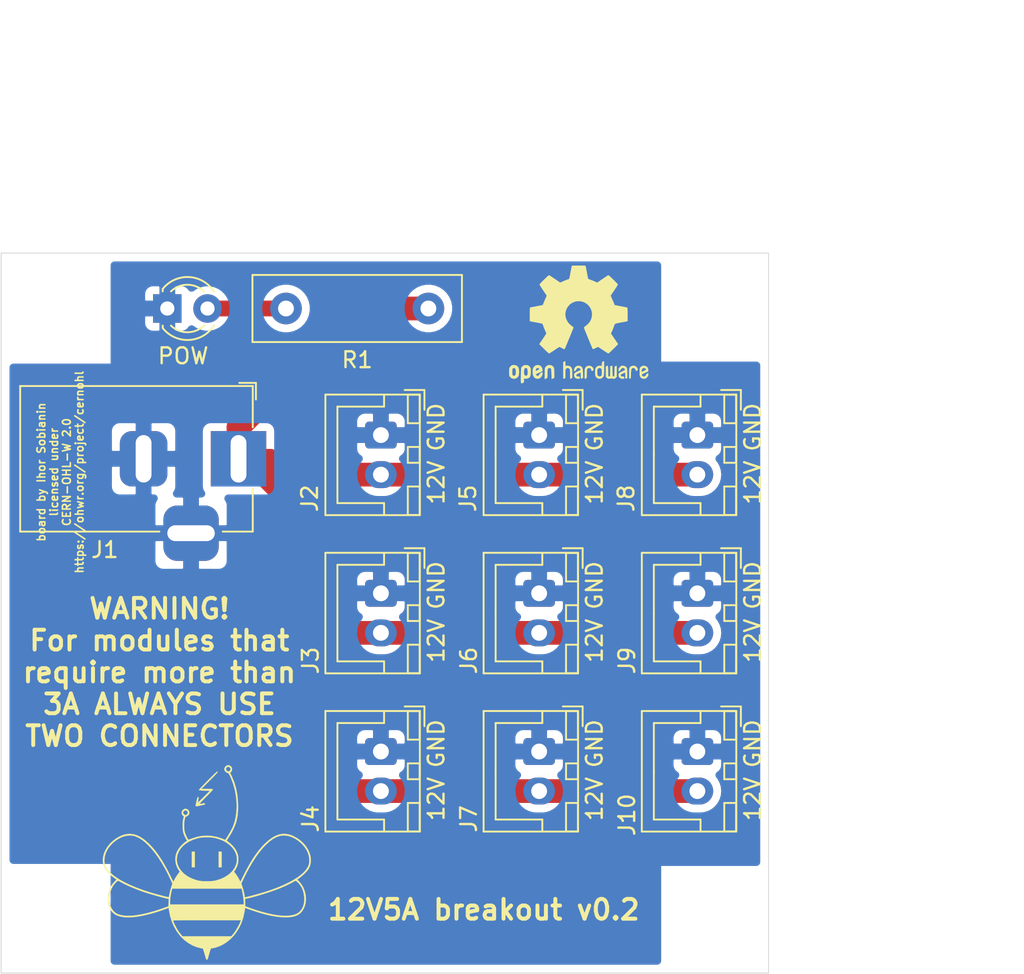
<source format=kicad_pcb>
(kicad_pcb (version 20171130) (host pcbnew 5.1.10-88a1d61d58~90~ubuntu20.04.1)

  (general
    (thickness 1.6)
    (drawings 29)
    (tracks 23)
    (zones 0)
    (modules 18)
    (nets 4)
  )

  (page A4)
  (layers
    (0 F.Cu signal)
    (31 B.Cu signal)
    (32 B.Adhes user)
    (33 F.Adhes user)
    (34 B.Paste user)
    (35 F.Paste user)
    (36 B.SilkS user)
    (37 F.SilkS user)
    (38 B.Mask user)
    (39 F.Mask user)
    (40 Dwgs.User user)
    (41 Cmts.User user)
    (42 Eco1.User user)
    (43 Eco2.User user)
    (44 Edge.Cuts user)
    (45 Margin user)
    (46 B.CrtYd user)
    (47 F.CrtYd user)
    (48 B.Fab user)
    (49 F.Fab user hide)
  )

  (setup
    (last_trace_width 0.25)
    (trace_clearance 0.2)
    (zone_clearance 0.5)
    (zone_45_only no)
    (trace_min 0.2)
    (via_size 0.8)
    (via_drill 0.4)
    (via_min_size 0.4)
    (via_min_drill 0.3)
    (uvia_size 0.3)
    (uvia_drill 0.1)
    (uvias_allowed no)
    (uvia_min_size 0.2)
    (uvia_min_drill 0.1)
    (edge_width 0.05)
    (segment_width 0.2)
    (pcb_text_width 0.3)
    (pcb_text_size 1.5 1.5)
    (mod_edge_width 0.12)
    (mod_text_size 1 1)
    (mod_text_width 0.15)
    (pad_size 1.524 1.524)
    (pad_drill 0.762)
    (pad_to_mask_clearance 0)
    (aux_axis_origin 0 0)
    (visible_elements 7FFFFFFF)
    (pcbplotparams
      (layerselection 0x3ffff_ffffffff)
      (usegerberextensions false)
      (usegerberattributes false)
      (usegerberadvancedattributes false)
      (creategerberjobfile false)
      (excludeedgelayer true)
      (linewidth 0.100000)
      (plotframeref false)
      (viasonmask false)
      (mode 1)
      (useauxorigin false)
      (hpglpennumber 1)
      (hpglpenspeed 20)
      (hpglpendiameter 15.000000)
      (psnegative false)
      (psa4output false)
      (plotreference true)
      (plotvalue true)
      (plotinvisibletext false)
      (padsonsilk false)
      (subtractmaskfromsilk false)
      (outputformat 1)
      (mirror false)
      (drillshape 0)
      (scaleselection 1)
      (outputdirectory "gerber/"))
  )

  (net 0 "")
  (net 1 GND)
  (net 2 +12V)
  (net 3 "Net-(D1-Pad2)")

  (net_class Default "This is the default net class."
    (clearance 0.2)
    (trace_width 0.25)
    (via_dia 0.8)
    (via_drill 0.4)
    (uvia_dia 0.3)
    (uvia_drill 0.1)
    (add_net +12V)
    (add_net GND)
    (add_net "Net-(D1-Pad2)")
  )

  (module Connector_JST:JST_XH_B2B-XH-A_1x02_P2.50mm_Vertical (layer F.Cu) (tedit 5C28146C) (tstamp 5F8819F2)
    (at 109 51 270)
    (descr "JST XH series connector, B2B-XH-A (http://www.jst-mfg.com/product/pdf/eng/eXH.pdf), generated with kicad-footprint-generator")
    (tags "connector JST XH vertical")
    (path /5F883C40)
    (fp_text reference J5 (at 4 4.5 270) (layer F.SilkS)
      (effects (font (size 1 1) (thickness 0.15)))
    )
    (fp_text value Conn_01x02 (at 1.25 4.6 90) (layer F.Fab)
      (effects (font (size 1 1) (thickness 0.15)))
    )
    (fp_line (start -2.45 -2.35) (end -2.45 3.4) (layer F.Fab) (width 0.1))
    (fp_line (start -2.45 3.4) (end 4.95 3.4) (layer F.Fab) (width 0.1))
    (fp_line (start 4.95 3.4) (end 4.95 -2.35) (layer F.Fab) (width 0.1))
    (fp_line (start 4.95 -2.35) (end -2.45 -2.35) (layer F.Fab) (width 0.1))
    (fp_line (start -2.56 -2.46) (end -2.56 3.51) (layer F.SilkS) (width 0.12))
    (fp_line (start -2.56 3.51) (end 5.06 3.51) (layer F.SilkS) (width 0.12))
    (fp_line (start 5.06 3.51) (end 5.06 -2.46) (layer F.SilkS) (width 0.12))
    (fp_line (start 5.06 -2.46) (end -2.56 -2.46) (layer F.SilkS) (width 0.12))
    (fp_line (start -2.95 -2.85) (end -2.95 3.9) (layer F.CrtYd) (width 0.05))
    (fp_line (start -2.95 3.9) (end 5.45 3.9) (layer F.CrtYd) (width 0.05))
    (fp_line (start 5.45 3.9) (end 5.45 -2.85) (layer F.CrtYd) (width 0.05))
    (fp_line (start 5.45 -2.85) (end -2.95 -2.85) (layer F.CrtYd) (width 0.05))
    (fp_line (start -0.625 -2.35) (end 0 -1.35) (layer F.Fab) (width 0.1))
    (fp_line (start 0 -1.35) (end 0.625 -2.35) (layer F.Fab) (width 0.1))
    (fp_line (start 0.75 -2.45) (end 0.75 -1.7) (layer F.SilkS) (width 0.12))
    (fp_line (start 0.75 -1.7) (end 1.75 -1.7) (layer F.SilkS) (width 0.12))
    (fp_line (start 1.75 -1.7) (end 1.75 -2.45) (layer F.SilkS) (width 0.12))
    (fp_line (start 1.75 -2.45) (end 0.75 -2.45) (layer F.SilkS) (width 0.12))
    (fp_line (start -2.55 -2.45) (end -2.55 -1.7) (layer F.SilkS) (width 0.12))
    (fp_line (start -2.55 -1.7) (end -0.75 -1.7) (layer F.SilkS) (width 0.12))
    (fp_line (start -0.75 -1.7) (end -0.75 -2.45) (layer F.SilkS) (width 0.12))
    (fp_line (start -0.75 -2.45) (end -2.55 -2.45) (layer F.SilkS) (width 0.12))
    (fp_line (start 3.25 -2.45) (end 3.25 -1.7) (layer F.SilkS) (width 0.12))
    (fp_line (start 3.25 -1.7) (end 5.05 -1.7) (layer F.SilkS) (width 0.12))
    (fp_line (start 5.05 -1.7) (end 5.05 -2.45) (layer F.SilkS) (width 0.12))
    (fp_line (start 5.05 -2.45) (end 3.25 -2.45) (layer F.SilkS) (width 0.12))
    (fp_line (start -2.55 -0.2) (end -1.8 -0.2) (layer F.SilkS) (width 0.12))
    (fp_line (start -1.8 -0.2) (end -1.8 2.75) (layer F.SilkS) (width 0.12))
    (fp_line (start -1.8 2.75) (end 1.25 2.75) (layer F.SilkS) (width 0.12))
    (fp_line (start 5.05 -0.2) (end 4.3 -0.2) (layer F.SilkS) (width 0.12))
    (fp_line (start 4.3 -0.2) (end 4.3 2.75) (layer F.SilkS) (width 0.12))
    (fp_line (start 4.3 2.75) (end 1.25 2.75) (layer F.SilkS) (width 0.12))
    (fp_line (start -1.6 -2.75) (end -2.85 -2.75) (layer F.SilkS) (width 0.12))
    (fp_line (start -2.85 -2.75) (end -2.85 -1.5) (layer F.SilkS) (width 0.12))
    (fp_text user %R (at 1.25 2.7 90) (layer F.Fab)
      (effects (font (size 1 1) (thickness 0.15)))
    )
    (pad 2 thru_hole oval (at 2.5 0 270) (size 1.7 2) (drill 1) (layers *.Cu *.Mask)
      (net 2 +12V))
    (pad 1 thru_hole roundrect (at 0 0 270) (size 1.7 2) (drill 1) (layers *.Cu *.Mask) (roundrect_rratio 0.1470588235294118)
      (net 1 GND))
    (model ${KISYS3DMOD}/Connector_JST.3dshapes/JST_XH_B2B-XH-A_1x02_P2.50mm_Vertical.wrl
      (at (xyz 0 0 0))
      (scale (xyz 1 1 1))
      (rotate (xyz 0 0 0))
    )
  )

  (module Symbol:OSHW-Logo2_9.8x8mm_SilkScreen (layer F.Cu) (tedit 0) (tstamp 5F887A3A)
    (at 111.5 44)
    (descr "Open Source Hardware Symbol")
    (tags "Logo Symbol OSHW")
    (attr virtual)
    (fp_text reference REF** (at 0 0) (layer F.SilkS) hide
      (effects (font (size 1 1) (thickness 0.15)))
    )
    (fp_text value OSHW-Logo2_9.8x8mm_SilkScreen (at 0.75 0) (layer F.Fab) hide
      (effects (font (size 1 1) (thickness 0.15)))
    )
    (fp_poly (pts (xy -3.231114 2.584505) (xy -3.156461 2.621727) (xy -3.090569 2.690261) (xy -3.072423 2.715648)
      (xy -3.052655 2.748866) (xy -3.039828 2.784945) (xy -3.03249 2.833098) (xy -3.029187 2.902536)
      (xy -3.028462 2.994206) (xy -3.031737 3.11983) (xy -3.043123 3.214154) (xy -3.064959 3.284523)
      (xy -3.099581 3.338286) (xy -3.14933 3.382788) (xy -3.152986 3.385423) (xy -3.202015 3.412377)
      (xy -3.261055 3.425712) (xy -3.336141 3.429) (xy -3.458205 3.429) (xy -3.458256 3.547497)
      (xy -3.459392 3.613492) (xy -3.466314 3.652202) (xy -3.484402 3.675419) (xy -3.519038 3.694933)
      (xy -3.527355 3.69892) (xy -3.56628 3.717603) (xy -3.596417 3.729403) (xy -3.618826 3.730422)
      (xy -3.634567 3.716761) (xy -3.644698 3.684522) (xy -3.650277 3.629804) (xy -3.652365 3.548711)
      (xy -3.652019 3.437344) (xy -3.6503 3.291802) (xy -3.649763 3.248269) (xy -3.647828 3.098205)
      (xy -3.646096 3.000042) (xy -3.458308 3.000042) (xy -3.457252 3.083364) (xy -3.452562 3.13788)
      (xy -3.441949 3.173837) (xy -3.423128 3.201482) (xy -3.41035 3.214965) (xy -3.35811 3.254417)
      (xy -3.311858 3.257628) (xy -3.264133 3.225049) (xy -3.262923 3.223846) (xy -3.243506 3.198668)
      (xy -3.231693 3.164447) (xy -3.225735 3.111748) (xy -3.22388 3.031131) (xy -3.223846 3.013271)
      (xy -3.22833 2.902175) (xy -3.242926 2.825161) (xy -3.26935 2.778147) (xy -3.309317 2.75705)
      (xy -3.332416 2.754923) (xy -3.387238 2.7649) (xy -3.424842 2.797752) (xy -3.447477 2.857857)
      (xy -3.457394 2.949598) (xy -3.458308 3.000042) (xy -3.646096 3.000042) (xy -3.645778 2.98206)
      (xy -3.643127 2.894679) (xy -3.639394 2.830905) (xy -3.634093 2.785582) (xy -3.626742 2.753555)
      (xy -3.616857 2.729668) (xy -3.603954 2.708764) (xy -3.598421 2.700898) (xy -3.525031 2.626595)
      (xy -3.43224 2.584467) (xy -3.324904 2.572722) (xy -3.231114 2.584505)) (layer F.SilkS) (width 0.01))
    (fp_poly (pts (xy -1.728336 2.595089) (xy -1.665633 2.631358) (xy -1.622039 2.667358) (xy -1.590155 2.705075)
      (xy -1.56819 2.751199) (xy -1.554351 2.812421) (xy -1.546847 2.895431) (xy -1.543883 3.006919)
      (xy -1.543539 3.087062) (xy -1.543539 3.382065) (xy -1.709615 3.456515) (xy -1.719385 3.133402)
      (xy -1.723421 3.012729) (xy -1.727656 2.925141) (xy -1.732903 2.86465) (xy -1.739975 2.825268)
      (xy -1.749689 2.801007) (xy -1.762856 2.78588) (xy -1.767081 2.782606) (xy -1.831091 2.757034)
      (xy -1.895792 2.767153) (xy -1.934308 2.794) (xy -1.949975 2.813024) (xy -1.96082 2.837988)
      (xy -1.967712 2.875834) (xy -1.971521 2.933502) (xy -1.973117 3.017935) (xy -1.973385 3.105928)
      (xy -1.973437 3.216323) (xy -1.975328 3.294463) (xy -1.981655 3.347165) (xy -1.995017 3.381242)
      (xy -2.018015 3.403511) (xy -2.053246 3.420787) (xy -2.100303 3.438738) (xy -2.151697 3.458278)
      (xy -2.145579 3.111485) (xy -2.143116 2.986468) (xy -2.140233 2.894082) (xy -2.136102 2.827881)
      (xy -2.129893 2.78142) (xy -2.120774 2.748256) (xy -2.107917 2.721944) (xy -2.092416 2.698729)
      (xy -2.017629 2.624569) (xy -1.926372 2.581684) (xy -1.827117 2.571412) (xy -1.728336 2.595089)) (layer F.SilkS) (width 0.01))
    (fp_poly (pts (xy -3.983114 2.587256) (xy -3.891536 2.635409) (xy -3.823951 2.712905) (xy -3.799943 2.762727)
      (xy -3.781262 2.837533) (xy -3.771699 2.932052) (xy -3.770792 3.03521) (xy -3.778079 3.135935)
      (xy -3.793097 3.223153) (xy -3.815385 3.285791) (xy -3.822235 3.296579) (xy -3.903368 3.377105)
      (xy -3.999734 3.425336) (xy -4.104299 3.43945) (xy -4.210032 3.417629) (xy -4.239457 3.404547)
      (xy -4.296759 3.364231) (xy -4.34705 3.310775) (xy -4.351803 3.303995) (xy -4.371122 3.271321)
      (xy -4.383892 3.236394) (xy -4.391436 3.190414) (xy -4.395076 3.124584) (xy -4.396135 3.030105)
      (xy -4.396154 3.008923) (xy -4.396106 3.002182) (xy -4.200769 3.002182) (xy -4.199632 3.091349)
      (xy -4.195159 3.15052) (xy -4.185754 3.188741) (xy -4.169824 3.215053) (xy -4.161692 3.223846)
      (xy -4.114942 3.257261) (xy -4.069553 3.255737) (xy -4.02366 3.226752) (xy -3.996288 3.195809)
      (xy -3.980077 3.150643) (xy -3.970974 3.07942) (xy -3.970349 3.071114) (xy -3.968796 2.942037)
      (xy -3.985035 2.846172) (xy -4.018848 2.784107) (xy -4.070016 2.756432) (xy -4.08828 2.754923)
      (xy -4.13624 2.762513) (xy -4.169047 2.788808) (xy -4.189105 2.839095) (xy -4.198822 2.918664)
      (xy -4.200769 3.002182) (xy -4.396106 3.002182) (xy -4.395426 2.908249) (xy -4.392371 2.837906)
      (xy -4.385678 2.789163) (xy -4.37404 2.753288) (xy -4.356147 2.721548) (xy -4.352192 2.715648)
      (xy -4.285733 2.636104) (xy -4.213315 2.589929) (xy -4.125151 2.571599) (xy -4.095213 2.570703)
      (xy -3.983114 2.587256)) (layer F.SilkS) (width 0.01))
    (fp_poly (pts (xy -2.465746 2.599745) (xy -2.388714 2.651567) (xy -2.329184 2.726412) (xy -2.293622 2.821654)
      (xy -2.286429 2.891756) (xy -2.287246 2.921009) (xy -2.294086 2.943407) (xy -2.312888 2.963474)
      (xy -2.349592 2.985733) (xy -2.410138 3.014709) (xy -2.500466 3.054927) (xy -2.500923 3.055129)
      (xy -2.584067 3.09321) (xy -2.652247 3.127025) (xy -2.698495 3.152933) (xy -2.715842 3.167295)
      (xy -2.715846 3.167411) (xy -2.700557 3.198685) (xy -2.664804 3.233157) (xy -2.623758 3.25799)
      (xy -2.602963 3.262923) (xy -2.54623 3.245862) (xy -2.497373 3.203133) (xy -2.473535 3.156155)
      (xy -2.450603 3.121522) (xy -2.405682 3.082081) (xy -2.352877 3.048009) (xy -2.30629 3.02948)
      (xy -2.296548 3.028462) (xy -2.285582 3.045215) (xy -2.284921 3.088039) (xy -2.29298 3.145781)
      (xy -2.308173 3.207289) (xy -2.328914 3.261409) (xy -2.329962 3.26351) (xy -2.392379 3.35066)
      (xy -2.473274 3.409939) (xy -2.565144 3.439034) (xy -2.660487 3.435634) (xy -2.751802 3.397428)
      (xy -2.755862 3.394741) (xy -2.827694 3.329642) (xy -2.874927 3.244705) (xy -2.901066 3.133021)
      (xy -2.904574 3.101643) (xy -2.910787 2.953536) (xy -2.903339 2.884468) (xy -2.715846 2.884468)
      (xy -2.71341 2.927552) (xy -2.700086 2.940126) (xy -2.666868 2.930719) (xy -2.614506 2.908483)
      (xy -2.555976 2.88061) (xy -2.554521 2.879872) (xy -2.504911 2.853777) (xy -2.485 2.836363)
      (xy -2.48991 2.818107) (xy -2.510584 2.79412) (xy -2.563181 2.759406) (xy -2.619823 2.756856)
      (xy -2.670631 2.782119) (xy -2.705724 2.830847) (xy -2.715846 2.884468) (xy -2.903339 2.884468)
      (xy -2.898008 2.835036) (xy -2.865222 2.741055) (xy -2.819579 2.675215) (xy -2.737198 2.608681)
      (xy -2.646454 2.575676) (xy -2.553815 2.573573) (xy -2.465746 2.599745)) (layer F.SilkS) (width 0.01))
    (fp_poly (pts (xy -0.840154 2.49212) (xy -0.834428 2.57198) (xy -0.827851 2.619039) (xy -0.818738 2.639566)
      (xy -0.805402 2.639829) (xy -0.801077 2.637378) (xy -0.743556 2.619636) (xy -0.668732 2.620672)
      (xy -0.592661 2.63891) (xy -0.545082 2.662505) (xy -0.496298 2.700198) (xy -0.460636 2.742855)
      (xy -0.436155 2.797057) (xy -0.420913 2.869384) (xy -0.41297 2.966419) (xy -0.410384 3.094742)
      (xy -0.410338 3.119358) (xy -0.410308 3.39587) (xy -0.471839 3.41732) (xy -0.515541 3.431912)
      (xy -0.539518 3.438706) (xy -0.540223 3.438769) (xy -0.542585 3.420345) (xy -0.544594 3.369526)
      (xy -0.546099 3.292993) (xy -0.546947 3.19743) (xy -0.547077 3.139329) (xy -0.547349 3.024771)
      (xy -0.548748 2.942667) (xy -0.552151 2.886393) (xy -0.558433 2.849326) (xy -0.568471 2.824844)
      (xy -0.583139 2.806325) (xy -0.592298 2.797406) (xy -0.655211 2.761466) (xy -0.723864 2.758775)
      (xy -0.786152 2.78917) (xy -0.797671 2.800144) (xy -0.814567 2.820779) (xy -0.826286 2.845256)
      (xy -0.833767 2.880647) (xy -0.837946 2.934026) (xy -0.839763 3.012466) (xy -0.840154 3.120617)
      (xy -0.840154 3.39587) (xy -0.901685 3.41732) (xy -0.945387 3.431912) (xy -0.969364 3.438706)
      (xy -0.97007 3.438769) (xy -0.971874 3.420069) (xy -0.9735 3.367322) (xy -0.974883 3.285557)
      (xy -0.975958 3.179805) (xy -0.97666 3.055094) (xy -0.976923 2.916455) (xy -0.976923 2.381806)
      (xy -0.849923 2.328236) (xy -0.840154 2.49212)) (layer F.SilkS) (width 0.01))
    (fp_poly (pts (xy 0.053501 2.626303) (xy 0.13006 2.654733) (xy 0.130936 2.655279) (xy 0.178285 2.690127)
      (xy 0.213241 2.730852) (xy 0.237825 2.783925) (xy 0.254062 2.855814) (xy 0.263975 2.952992)
      (xy 0.269586 3.081928) (xy 0.270077 3.100298) (xy 0.277141 3.377287) (xy 0.217695 3.408028)
      (xy 0.174681 3.428802) (xy 0.14871 3.438646) (xy 0.147509 3.438769) (xy 0.143014 3.420606)
      (xy 0.139444 3.371612) (xy 0.137248 3.300031) (xy 0.136769 3.242068) (xy 0.136758 3.14817)
      (xy 0.132466 3.089203) (xy 0.117503 3.061079) (xy 0.085482 3.059706) (xy 0.030014 3.080998)
      (xy -0.053731 3.120136) (xy -0.115311 3.152643) (xy -0.146983 3.180845) (xy -0.156294 3.211582)
      (xy -0.156308 3.213104) (xy -0.140943 3.266054) (xy -0.095453 3.29466) (xy -0.025834 3.298803)
      (xy 0.024313 3.298084) (xy 0.050754 3.312527) (xy 0.067243 3.347218) (xy 0.076733 3.391416)
      (xy 0.063057 3.416493) (xy 0.057907 3.420082) (xy 0.009425 3.434496) (xy -0.058469 3.436537)
      (xy -0.128388 3.426983) (xy -0.177932 3.409522) (xy -0.24643 3.351364) (xy -0.285366 3.270408)
      (xy -0.293077 3.20716) (xy -0.287193 3.150111) (xy -0.265899 3.103542) (xy -0.223735 3.062181)
      (xy -0.155241 3.020755) (xy -0.054956 2.973993) (xy -0.048846 2.97135) (xy 0.04149 2.929617)
      (xy 0.097235 2.895391) (xy 0.121129 2.864635) (xy 0.115913 2.833311) (xy 0.084328 2.797383)
      (xy 0.074883 2.789116) (xy 0.011617 2.757058) (xy -0.053936 2.758407) (xy -0.111028 2.789838)
      (xy -0.148907 2.848024) (xy -0.152426 2.859446) (xy -0.1867 2.914837) (xy -0.230191 2.941518)
      (xy -0.293077 2.96796) (xy -0.293077 2.899548) (xy -0.273948 2.80011) (xy -0.217169 2.708902)
      (xy -0.187622 2.678389) (xy -0.120458 2.639228) (xy -0.035044 2.6215) (xy 0.053501 2.626303)) (layer F.SilkS) (width 0.01))
    (fp_poly (pts (xy 0.713362 2.62467) (xy 0.802117 2.657421) (xy 0.874022 2.71535) (xy 0.902144 2.756128)
      (xy 0.932802 2.830954) (xy 0.932165 2.885058) (xy 0.899987 2.921446) (xy 0.888081 2.927633)
      (xy 0.836675 2.946925) (xy 0.810422 2.941982) (xy 0.80153 2.909587) (xy 0.801077 2.891692)
      (xy 0.784797 2.825859) (xy 0.742365 2.779807) (xy 0.683388 2.757564) (xy 0.617475 2.763161)
      (xy 0.563895 2.792229) (xy 0.545798 2.80881) (xy 0.532971 2.828925) (xy 0.524306 2.859332)
      (xy 0.518696 2.906788) (xy 0.515035 2.97805) (xy 0.512215 3.079875) (xy 0.511484 3.112115)
      (xy 0.50882 3.22241) (xy 0.505792 3.300036) (xy 0.50125 3.351396) (xy 0.494046 3.38289)
      (xy 0.483033 3.40092) (xy 0.46706 3.411888) (xy 0.456834 3.416733) (xy 0.413406 3.433301)
      (xy 0.387842 3.438769) (xy 0.379395 3.420507) (xy 0.374239 3.365296) (xy 0.372346 3.272499)
      (xy 0.373689 3.141478) (xy 0.374107 3.121269) (xy 0.377058 3.001733) (xy 0.380548 2.914449)
      (xy 0.385514 2.852591) (xy 0.392893 2.809336) (xy 0.403624 2.77786) (xy 0.418645 2.751339)
      (xy 0.426502 2.739975) (xy 0.471553 2.689692) (xy 0.52194 2.650581) (xy 0.528108 2.647167)
      (xy 0.618458 2.620212) (xy 0.713362 2.62467)) (layer F.SilkS) (width 0.01))
    (fp_poly (pts (xy 1.602081 2.780289) (xy 1.601833 2.92632) (xy 1.600872 3.038655) (xy 1.598794 3.122678)
      (xy 1.595193 3.183769) (xy 1.589665 3.227309) (xy 1.581804 3.258679) (xy 1.571207 3.283262)
      (xy 1.563182 3.297294) (xy 1.496728 3.373388) (xy 1.41247 3.421084) (xy 1.319249 3.438199)
      (xy 1.2259 3.422546) (xy 1.170312 3.394418) (xy 1.111957 3.34576) (xy 1.072186 3.286333)
      (xy 1.04819 3.208507) (xy 1.037161 3.104652) (xy 1.035599 3.028462) (xy 1.035809 3.022986)
      (xy 1.172308 3.022986) (xy 1.173141 3.110355) (xy 1.176961 3.168192) (xy 1.185746 3.206029)
      (xy 1.201474 3.233398) (xy 1.220266 3.254042) (xy 1.283375 3.29389) (xy 1.351137 3.297295)
      (xy 1.415179 3.264025) (xy 1.420164 3.259517) (xy 1.441439 3.236067) (xy 1.454779 3.208166)
      (xy 1.462001 3.166641) (xy 1.464923 3.102316) (xy 1.465385 3.0312) (xy 1.464383 2.941858)
      (xy 1.460238 2.882258) (xy 1.451236 2.843089) (xy 1.435667 2.81504) (xy 1.422902 2.800144)
      (xy 1.3636 2.762575) (xy 1.295301 2.758057) (xy 1.23011 2.786753) (xy 1.217528 2.797406)
      (xy 1.196111 2.821063) (xy 1.182744 2.849251) (xy 1.175566 2.891245) (xy 1.172719 2.956319)
      (xy 1.172308 3.022986) (xy 1.035809 3.022986) (xy 1.040322 2.905765) (xy 1.056362 2.813577)
      (xy 1.086528 2.744269) (xy 1.133629 2.690211) (xy 1.170312 2.662505) (xy 1.23699 2.632572)
      (xy 1.314272 2.618678) (xy 1.38611 2.622397) (xy 1.426308 2.6374) (xy 1.442082 2.64167)
      (xy 1.45255 2.62575) (xy 1.459856 2.583089) (xy 1.465385 2.518106) (xy 1.471437 2.445732)
      (xy 1.479844 2.402187) (xy 1.495141 2.377287) (xy 1.521864 2.360845) (xy 1.538654 2.353564)
      (xy 1.602154 2.326963) (xy 1.602081 2.780289)) (layer F.SilkS) (width 0.01))
    (fp_poly (pts (xy 2.395929 2.636662) (xy 2.398911 2.688068) (xy 2.401247 2.766192) (xy 2.402749 2.864857)
      (xy 2.403231 2.968343) (xy 2.403231 3.318533) (xy 2.341401 3.380363) (xy 2.298793 3.418462)
      (xy 2.26139 3.433895) (xy 2.21027 3.432918) (xy 2.189978 3.430433) (xy 2.126554 3.4232)
      (xy 2.074095 3.419055) (xy 2.061308 3.418672) (xy 2.018199 3.421176) (xy 1.956544 3.427462)
      (xy 1.932638 3.430433) (xy 1.873922 3.435028) (xy 1.834464 3.425046) (xy 1.795338 3.394228)
      (xy 1.781215 3.380363) (xy 1.719385 3.318533) (xy 1.719385 2.663503) (xy 1.76915 2.640829)
      (xy 1.812002 2.624034) (xy 1.837073 2.618154) (xy 1.843501 2.636736) (xy 1.849509 2.688655)
      (xy 1.854697 2.768172) (xy 1.858664 2.869546) (xy 1.860577 2.955192) (xy 1.865923 3.292231)
      (xy 1.91256 3.298825) (xy 1.954976 3.294214) (xy 1.97576 3.279287) (xy 1.98157 3.251377)
      (xy 1.98653 3.191925) (xy 1.990246 3.108466) (xy 1.992324 3.008532) (xy 1.992624 2.957104)
      (xy 1.992923 2.661054) (xy 2.054454 2.639604) (xy 2.098004 2.62502) (xy 2.121694 2.618219)
      (xy 2.122377 2.618154) (xy 2.124754 2.636642) (xy 2.127366 2.687906) (xy 2.129995 2.765649)
      (xy 2.132421 2.863574) (xy 2.134115 2.955192) (xy 2.139461 3.292231) (xy 2.256692 3.292231)
      (xy 2.262072 2.984746) (xy 2.267451 2.677261) (xy 2.324601 2.647707) (xy 2.366797 2.627413)
      (xy 2.39177 2.618204) (xy 2.392491 2.618154) (xy 2.395929 2.636662)) (layer F.SilkS) (width 0.01))
    (fp_poly (pts (xy 2.887333 2.633528) (xy 2.94359 2.659117) (xy 2.987747 2.690124) (xy 3.020101 2.724795)
      (xy 3.042438 2.76952) (xy 3.056546 2.830692) (xy 3.064211 2.914701) (xy 3.06722 3.02794)
      (xy 3.067538 3.102509) (xy 3.067538 3.39342) (xy 3.017773 3.416095) (xy 2.978576 3.432667)
      (xy 2.959157 3.438769) (xy 2.955442 3.42061) (xy 2.952495 3.371648) (xy 2.950691 3.300153)
      (xy 2.950308 3.243385) (xy 2.948661 3.161371) (xy 2.944222 3.096309) (xy 2.93774 3.056467)
      (xy 2.93259 3.048) (xy 2.897977 3.056646) (xy 2.84364 3.078823) (xy 2.780722 3.108886)
      (xy 2.720368 3.141192) (xy 2.673721 3.170098) (xy 2.651926 3.189961) (xy 2.651839 3.190175)
      (xy 2.653714 3.226935) (xy 2.670525 3.262026) (xy 2.700039 3.290528) (xy 2.743116 3.300061)
      (xy 2.779932 3.29895) (xy 2.832074 3.298133) (xy 2.859444 3.310349) (xy 2.875882 3.342624)
      (xy 2.877955 3.34871) (xy 2.885081 3.394739) (xy 2.866024 3.422687) (xy 2.816353 3.436007)
      (xy 2.762697 3.43847) (xy 2.666142 3.42021) (xy 2.616159 3.394131) (xy 2.554429 3.332868)
      (xy 2.52169 3.25767) (xy 2.518753 3.178211) (xy 2.546424 3.104167) (xy 2.588047 3.057769)
      (xy 2.629604 3.031793) (xy 2.694922 2.998907) (xy 2.771038 2.965557) (xy 2.783726 2.960461)
      (xy 2.867333 2.923565) (xy 2.91553 2.891046) (xy 2.93103 2.858718) (xy 2.91655 2.822394)
      (xy 2.891692 2.794) (xy 2.832939 2.759039) (xy 2.768293 2.756417) (xy 2.709008 2.783358)
      (xy 2.666339 2.837088) (xy 2.660739 2.85095) (xy 2.628133 2.901936) (xy 2.58053 2.939787)
      (xy 2.520461 2.97085) (xy 2.520461 2.882768) (xy 2.523997 2.828951) (xy 2.539156 2.786534)
      (xy 2.572768 2.741279) (xy 2.605035 2.70642) (xy 2.655209 2.657062) (xy 2.694193 2.630547)
      (xy 2.736064 2.619911) (xy 2.78346 2.618154) (xy 2.887333 2.633528)) (layer F.SilkS) (width 0.01))
    (fp_poly (pts (xy 3.570807 2.636782) (xy 3.594161 2.646988) (xy 3.649902 2.691134) (xy 3.697569 2.754967)
      (xy 3.727048 2.823087) (xy 3.731846 2.85667) (xy 3.71576 2.903556) (xy 3.680475 2.928365)
      (xy 3.642644 2.943387) (xy 3.625321 2.946155) (xy 3.616886 2.926066) (xy 3.60023 2.882351)
      (xy 3.592923 2.862598) (xy 3.551948 2.794271) (xy 3.492622 2.760191) (xy 3.416552 2.761239)
      (xy 3.410918 2.762581) (xy 3.370305 2.781836) (xy 3.340448 2.819375) (xy 3.320055 2.879809)
      (xy 3.307836 2.967751) (xy 3.3025 3.087813) (xy 3.302 3.151698) (xy 3.301752 3.252403)
      (xy 3.300126 3.321054) (xy 3.295801 3.364673) (xy 3.287454 3.390282) (xy 3.273765 3.404903)
      (xy 3.253411 3.415558) (xy 3.252234 3.416095) (xy 3.213038 3.432667) (xy 3.193619 3.438769)
      (xy 3.190635 3.420319) (xy 3.188081 3.369323) (xy 3.18614 3.292308) (xy 3.184997 3.195805)
      (xy 3.184769 3.125184) (xy 3.185932 2.988525) (xy 3.190479 2.884851) (xy 3.199999 2.808108)
      (xy 3.216081 2.752246) (xy 3.240313 2.711212) (xy 3.274286 2.678954) (xy 3.307833 2.65644)
      (xy 3.388499 2.626476) (xy 3.482381 2.619718) (xy 3.570807 2.636782)) (layer F.SilkS) (width 0.01))
    (fp_poly (pts (xy 4.245224 2.647838) (xy 4.322528 2.698361) (xy 4.359814 2.74359) (xy 4.389353 2.825663)
      (xy 4.391699 2.890607) (xy 4.386385 2.977445) (xy 4.186115 3.065103) (xy 4.088739 3.109887)
      (xy 4.025113 3.145913) (xy 3.992029 3.177117) (xy 3.98628 3.207436) (xy 4.004658 3.240805)
      (xy 4.024923 3.262923) (xy 4.083889 3.298393) (xy 4.148024 3.300879) (xy 4.206926 3.273235)
      (xy 4.250197 3.21832) (xy 4.257936 3.198928) (xy 4.295006 3.138364) (xy 4.337654 3.112552)
      (xy 4.396154 3.090471) (xy 4.396154 3.174184) (xy 4.390982 3.23115) (xy 4.370723 3.279189)
      (xy 4.328262 3.334346) (xy 4.321951 3.341514) (xy 4.27472 3.390585) (xy 4.234121 3.41692)
      (xy 4.183328 3.429035) (xy 4.14122 3.433003) (xy 4.065902 3.433991) (xy 4.012286 3.421466)
      (xy 3.978838 3.402869) (xy 3.926268 3.361975) (xy 3.889879 3.317748) (xy 3.86685 3.262126)
      (xy 3.854359 3.187047) (xy 3.849587 3.084449) (xy 3.849206 3.032376) (xy 3.850501 2.969948)
      (xy 3.968471 2.969948) (xy 3.969839 3.003438) (xy 3.973249 3.008923) (xy 3.995753 3.001472)
      (xy 4.044182 2.981753) (xy 4.108908 2.953718) (xy 4.122443 2.947692) (xy 4.204244 2.906096)
      (xy 4.249312 2.869538) (xy 4.259217 2.835296) (xy 4.235526 2.800648) (xy 4.21596 2.785339)
      (xy 4.14536 2.754721) (xy 4.07928 2.75978) (xy 4.023959 2.797151) (xy 3.985636 2.863473)
      (xy 3.973349 2.916116) (xy 3.968471 2.969948) (xy 3.850501 2.969948) (xy 3.85173 2.91072)
      (xy 3.861032 2.82071) (xy 3.87946 2.755167) (xy 3.90936 2.706912) (xy 3.95308 2.668767)
      (xy 3.972141 2.65644) (xy 4.058726 2.624336) (xy 4.153522 2.622316) (xy 4.245224 2.647838)) (layer F.SilkS) (width 0.01))
    (fp_poly (pts (xy 0.139878 -3.712224) (xy 0.245612 -3.711645) (xy 0.322132 -3.710078) (xy 0.374372 -3.707028)
      (xy 0.407263 -3.702004) (xy 0.425737 -3.694511) (xy 0.434727 -3.684056) (xy 0.439163 -3.670147)
      (xy 0.439594 -3.668346) (xy 0.446333 -3.635855) (xy 0.458808 -3.571748) (xy 0.475719 -3.482849)
      (xy 0.495771 -3.375981) (xy 0.517664 -3.257967) (xy 0.518429 -3.253822) (xy 0.540359 -3.138169)
      (xy 0.560877 -3.035986) (xy 0.578659 -2.953402) (xy 0.592381 -2.896544) (xy 0.600718 -2.871542)
      (xy 0.601116 -2.871099) (xy 0.625677 -2.85889) (xy 0.676315 -2.838544) (xy 0.742095 -2.814455)
      (xy 0.742461 -2.814326) (xy 0.825317 -2.783182) (xy 0.923 -2.743509) (xy 1.015077 -2.703619)
      (xy 1.019434 -2.701647) (xy 1.169407 -2.63358) (xy 1.501498 -2.860361) (xy 1.603374 -2.929496)
      (xy 1.695657 -2.991303) (xy 1.773003 -3.042267) (xy 1.830064 -3.078873) (xy 1.861495 -3.097606)
      (xy 1.864479 -3.098996) (xy 1.887321 -3.09281) (xy 1.929982 -3.062965) (xy 1.994128 -3.008053)
      (xy 2.081421 -2.926666) (xy 2.170535 -2.840078) (xy 2.256441 -2.754753) (xy 2.333327 -2.676892)
      (xy 2.396564 -2.611303) (xy 2.441523 -2.562795) (xy 2.463576 -2.536175) (xy 2.464396 -2.534805)
      (xy 2.466834 -2.516537) (xy 2.45765 -2.486705) (xy 2.434574 -2.441279) (xy 2.395337 -2.37623)
      (xy 2.33767 -2.28753) (xy 2.260795 -2.173343) (xy 2.19257 -2.072838) (xy 2.131582 -1.982697)
      (xy 2.081356 -1.908151) (xy 2.045416 -1.854435) (xy 2.027287 -1.826782) (xy 2.026146 -1.824905)
      (xy 2.028359 -1.79841) (xy 2.045138 -1.746914) (xy 2.073142 -1.680149) (xy 2.083122 -1.658828)
      (xy 2.126672 -1.563841) (xy 2.173134 -1.456063) (xy 2.210877 -1.362808) (xy 2.238073 -1.293594)
      (xy 2.259675 -1.240994) (xy 2.272158 -1.213503) (xy 2.273709 -1.211384) (xy 2.296668 -1.207876)
      (xy 2.350786 -1.198262) (xy 2.428868 -1.183911) (xy 2.523719 -1.166193) (xy 2.628143 -1.146475)
      (xy 2.734944 -1.126126) (xy 2.836926 -1.106514) (xy 2.926894 -1.089009) (xy 2.997653 -1.074978)
      (xy 3.042006 -1.065791) (xy 3.052885 -1.063193) (xy 3.064122 -1.056782) (xy 3.072605 -1.042303)
      (xy 3.078714 -1.014867) (xy 3.082832 -0.969589) (xy 3.085341 -0.90158) (xy 3.086621 -0.805953)
      (xy 3.087054 -0.67782) (xy 3.087077 -0.625299) (xy 3.087077 -0.198155) (xy 2.9845 -0.177909)
      (xy 2.927431 -0.16693) (xy 2.842269 -0.150905) (xy 2.739372 -0.131767) (xy 2.629096 -0.111449)
      (xy 2.598615 -0.105868) (xy 2.496855 -0.086083) (xy 2.408205 -0.066627) (xy 2.340108 -0.049303)
      (xy 2.300004 -0.035912) (xy 2.293323 -0.031921) (xy 2.276919 -0.003658) (xy 2.253399 0.051109)
      (xy 2.227316 0.121588) (xy 2.222142 0.136769) (xy 2.187956 0.230896) (xy 2.145523 0.337101)
      (xy 2.103997 0.432473) (xy 2.103792 0.432916) (xy 2.03464 0.582525) (xy 2.489512 1.251617)
      (xy 2.1975 1.544116) (xy 2.10918 1.63117) (xy 2.028625 1.707909) (xy 1.96036 1.770237)
      (xy 1.908908 1.814056) (xy 1.878794 1.83527) (xy 1.874474 1.836616) (xy 1.849111 1.826016)
      (xy 1.797358 1.796547) (xy 1.724868 1.751705) (xy 1.637294 1.694984) (xy 1.542612 1.631462)
      (xy 1.446516 1.566668) (xy 1.360837 1.510287) (xy 1.291016 1.465788) (xy 1.242494 1.436639)
      (xy 1.220782 1.426308) (xy 1.194293 1.43505) (xy 1.144062 1.458087) (xy 1.080451 1.490631)
      (xy 1.073708 1.494249) (xy 0.988046 1.53721) (xy 0.929306 1.558279) (xy 0.892772 1.558503)
      (xy 0.873731 1.538928) (xy 0.87362 1.538654) (xy 0.864102 1.515472) (xy 0.841403 1.460441)
      (xy 0.807282 1.377822) (xy 0.7635 1.271872) (xy 0.711816 1.146852) (xy 0.653992 1.00702)
      (xy 0.597991 0.871637) (xy 0.536447 0.722234) (xy 0.479939 0.583832) (xy 0.430161 0.460673)
      (xy 0.388806 0.357002) (xy 0.357568 0.277059) (xy 0.338141 0.225088) (xy 0.332154 0.205692)
      (xy 0.347168 0.183443) (xy 0.386439 0.147982) (xy 0.438807 0.108887) (xy 0.587941 -0.014755)
      (xy 0.704511 -0.156478) (xy 0.787118 -0.313296) (xy 0.834366 -0.482225) (xy 0.844857 -0.660278)
      (xy 0.837231 -0.742461) (xy 0.795682 -0.912969) (xy 0.724123 -1.063541) (xy 0.626995 -1.192691)
      (xy 0.508734 -1.298936) (xy 0.37378 -1.38079) (xy 0.226571 -1.436768) (xy 0.071544 -1.465385)
      (xy -0.086861 -1.465156) (xy -0.244206 -1.434595) (xy -0.396054 -1.372218) (xy -0.537965 -1.27654)
      (xy -0.597197 -1.222428) (xy -0.710797 -1.08348) (xy -0.789894 -0.931639) (xy -0.835014 -0.771333)
      (xy -0.846684 -0.606988) (xy -0.825431 -0.443029) (xy -0.77178 -0.283882) (xy -0.68626 -0.133975)
      (xy -0.569395 0.002267) (xy -0.438807 0.108887) (xy -0.384412 0.149642) (xy -0.345986 0.184718)
      (xy -0.332154 0.205726) (xy -0.339397 0.228635) (xy -0.359995 0.283365) (xy -0.392254 0.365672)
      (xy -0.434479 0.471315) (xy -0.484977 0.59605) (xy -0.542052 0.735636) (xy -0.598146 0.87167)
      (xy -0.660033 1.021201) (xy -0.717356 1.159767) (xy -0.768356 1.283107) (xy -0.811273 1.386964)
      (xy -0.844347 1.46708) (xy -0.865819 1.519195) (xy -0.873775 1.538654) (xy -0.892571 1.558423)
      (xy -0.928926 1.558365) (xy -0.987521 1.537441) (xy -1.073032 1.494613) (xy -1.073708 1.494249)
      (xy -1.138093 1.461012) (xy -1.190139 1.436802) (xy -1.219488 1.426404) (xy -1.220783 1.426308)
      (xy -1.242876 1.436855) (xy -1.291652 1.466184) (xy -1.361669 1.510827) (xy -1.447486 1.567314)
      (xy -1.542612 1.631462) (xy -1.63946 1.696411) (xy -1.726747 1.752896) (xy -1.798819 1.797421)
      (xy -1.850023 1.82649) (xy -1.874474 1.836616) (xy -1.89699 1.823307) (xy -1.942258 1.786112)
      (xy -2.005756 1.729128) (xy -2.082961 1.656449) (xy -2.169349 1.572171) (xy -2.197601 1.544016)
      (xy -2.489713 1.251416) (xy -2.267369 0.925104) (xy -2.199798 0.824897) (xy -2.140493 0.734963)
      (xy -2.092783 0.66051) (xy -2.059993 0.606751) (xy -2.045452 0.578894) (xy -2.045026 0.576912)
      (xy -2.052692 0.550655) (xy -2.073311 0.497837) (xy -2.103315 0.42731) (xy -2.124375 0.380093)
      (xy -2.163752 0.289694) (xy -2.200835 0.198366) (xy -2.229585 0.1212) (xy -2.237395 0.097692)
      (xy -2.259583 0.034916) (xy -2.281273 -0.013589) (xy -2.293187 -0.031921) (xy -2.319477 -0.043141)
      (xy -2.376858 -0.059046) (xy -2.457882 -0.077833) (xy -2.555105 -0.097701) (xy -2.598615 -0.105868)
      (xy -2.709104 -0.126171) (xy -2.815084 -0.14583) (xy -2.906199 -0.162912) (xy -2.972092 -0.175482)
      (xy -2.9845 -0.177909) (xy -3.087077 -0.198155) (xy -3.087077 -0.625299) (xy -3.086847 -0.765754)
      (xy -3.085901 -0.872021) (xy -3.083859 -0.948987) (xy -3.080338 -1.00154) (xy -3.074957 -1.034567)
      (xy -3.067334 -1.052955) (xy -3.057088 -1.061592) (xy -3.052885 -1.063193) (xy -3.02753 -1.068873)
      (xy -2.971516 -1.080205) (xy -2.892036 -1.095821) (xy -2.796288 -1.114353) (xy -2.691467 -1.134431)
      (xy -2.584768 -1.154688) (xy -2.483387 -1.173754) (xy -2.394521 -1.190261) (xy -2.325363 -1.202841)
      (xy -2.283111 -1.210125) (xy -2.27371 -1.211384) (xy -2.265193 -1.228237) (xy -2.24634 -1.27313)
      (xy -2.220676 -1.33757) (xy -2.210877 -1.362808) (xy -2.171352 -1.460314) (xy -2.124808 -1.568041)
      (xy -2.083123 -1.658828) (xy -2.05245 -1.728247) (xy -2.032044 -1.78529) (xy -2.025232 -1.820223)
      (xy -2.026318 -1.824905) (xy -2.040715 -1.847009) (xy -2.073588 -1.896169) (xy -2.12141 -1.967152)
      (xy -2.180652 -2.054722) (xy -2.247785 -2.153643) (xy -2.261059 -2.17317) (xy -2.338954 -2.28886)
      (xy -2.396213 -2.376956) (xy -2.435119 -2.441514) (xy -2.457956 -2.486589) (xy -2.467006 -2.516237)
      (xy -2.464552 -2.534515) (xy -2.464489 -2.534631) (xy -2.445173 -2.558639) (xy -2.402449 -2.605053)
      (xy -2.340949 -2.669063) (xy -2.265302 -2.745855) (xy -2.180139 -2.830618) (xy -2.170535 -2.840078)
      (xy -2.06321 -2.944011) (xy -1.980385 -3.020325) (xy -1.920395 -3.070429) (xy -1.881577 -3.09573)
      (xy -1.86448 -3.098996) (xy -1.839527 -3.08475) (xy -1.787745 -3.051844) (xy -1.71448 -3.003792)
      (xy -1.62508 -2.94411) (xy -1.524889 -2.876312) (xy -1.501499 -2.860361) (xy -1.169407 -2.63358)
      (xy -1.019435 -2.701647) (xy -0.92823 -2.741315) (xy -0.830331 -2.781209) (xy -0.746169 -2.813017)
      (xy -0.742462 -2.814326) (xy -0.676631 -2.838424) (xy -0.625884 -2.8588) (xy -0.601158 -2.871064)
      (xy -0.601116 -2.871099) (xy -0.593271 -2.893266) (xy -0.579934 -2.947783) (xy -0.56243 -3.02852)
      (xy -0.542083 -3.12935) (xy -0.520218 -3.244144) (xy -0.518429 -3.253822) (xy -0.496496 -3.372096)
      (xy -0.47636 -3.479458) (xy -0.45932 -3.569083) (xy -0.446672 -3.634149) (xy -0.439716 -3.667832)
      (xy -0.439594 -3.668346) (xy -0.435361 -3.682675) (xy -0.427129 -3.693493) (xy -0.409967 -3.701294)
      (xy -0.378942 -3.706571) (xy -0.329122 -3.709818) (xy -0.255576 -3.711528) (xy -0.153371 -3.712193)
      (xy -0.017575 -3.712307) (xy 0 -3.712308) (xy 0.139878 -3.712224)) (layer F.SilkS) (width 0.01))
  )

  (module logo-beehive:logo-beehive-13_2х12_3mm (layer F.Cu) (tedit 0) (tstamp 5F8877A7)
    (at 88 78)
    (fp_text reference G*** (at 0 0) (layer F.SilkS) hide
      (effects (font (size 1.524 1.524) (thickness 0.3)))
    )
    (fp_text value LOGO (at 0.75 0) (layer F.SilkS) hide
      (effects (font (size 1.524 1.524) (thickness 0.3)))
    )
    (fp_poly (pts (xy 1.43206 -6.120166) (xy 1.503454 -6.073142) (xy 1.559921 -6.008476) (xy 1.581032 -5.964856)
      (xy 1.593865 -5.873691) (xy 1.57674 -5.785701) (xy 1.533201 -5.715331) (xy 1.516099 -5.700251)
      (xy 1.467688 -5.663735) (xy 1.578221 -5.430076) (xy 1.727108 -5.070831) (xy 1.840543 -4.696426)
      (xy 1.919134 -4.303945) (xy 1.963486 -3.89047) (xy 1.974727 -3.52425) (xy 1.968472 -3.254768)
      (xy 1.949635 -3.016151) (xy 1.916866 -2.798448) (xy 1.868816 -2.591708) (xy 1.831162 -2.465917)
      (xy 1.775341 -2.315525) (xy 1.699413 -2.143173) (xy 1.609091 -1.960448) (xy 1.510088 -1.778936)
      (xy 1.413237 -1.618242) (xy 1.359088 -1.533164) (xy 1.31277 -1.46029) (xy 1.279318 -1.40755)
      (xy 1.263962 -1.383188) (xy 1.272922 -1.360831) (xy 1.309987 -1.32386) (xy 1.366541 -1.280635)
      (xy 1.485566 -1.186452) (xy 1.60603 -1.069788) (xy 1.717919 -0.941929) (xy 1.811218 -0.814157)
      (xy 1.867333 -0.716323) (xy 1.930675 -0.569934) (xy 1.969793 -0.436509) (xy 1.988936 -0.297681)
      (xy 1.992733 -0.174046) (xy 1.972824 0.037523) (xy 1.916179 0.2426) (xy 1.825976 0.431462)
      (xy 1.765043 0.522471) (xy 1.714487 0.589858) (xy 1.826412 0.738638) (xy 1.892467 0.832776)
      (xy 1.96279 0.942954) (xy 2.023329 1.047048) (xy 2.029151 1.057858) (xy 2.119966 1.228299)
      (xy 2.326967 0.809941) (xy 2.529528 0.41577) (xy 2.728446 0.060195) (xy 2.925968 -0.260113)
      (xy 3.124338 -0.548479) (xy 3.325804 -0.808231) (xy 3.53261 -1.042696) (xy 3.674857 -1.186891)
      (xy 3.903075 -1.39058) (xy 4.125367 -1.552904) (xy 4.34346 -1.674134) (xy 4.559079 -1.754543)
      (xy 4.773949 -1.794401) (xy 4.989797 -1.793979) (xy 5.208347 -1.75355) (xy 5.431327 -1.673383)
      (xy 5.66046 -1.553752) (xy 5.730698 -1.510182) (xy 5.936418 -1.359298) (xy 6.11617 -1.189458)
      (xy 6.268532 -1.004543) (xy 6.392083 -0.808436) (xy 6.485402 -0.605019) (xy 6.547067 -0.398173)
      (xy 6.575656 -0.191781) (xy 6.569748 0.010275) (xy 6.527923 0.204113) (xy 6.448757 0.385851)
      (xy 6.434124 0.410919) (xy 6.357603 0.518581) (xy 6.252706 0.638779) (xy 6.127797 0.763021)
      (xy 5.991244 0.882818) (xy 5.894917 0.958215) (xy 5.822702 1.011959) (xy 5.764297 1.055673)
      (xy 5.727332 1.083632) (xy 5.718421 1.090641) (xy 5.729233 1.107326) (xy 5.764195 1.14641)
      (xy 5.816941 1.200953) (xy 5.847433 1.231301) (xy 5.972834 1.38081) (xy 6.080172 1.561202)
      (xy 6.166057 1.76365) (xy 6.227097 1.979327) (xy 6.259905 2.199408) (xy 6.264688 2.31775)
      (xy 6.248239 2.532891) (xy 6.200975 2.735938) (xy 6.125624 2.921822) (xy 6.024914 3.085474)
      (xy 5.90157 3.221825) (xy 5.758322 3.325807) (xy 5.708485 3.351528) (xy 5.51666 3.420705)
      (xy 5.292588 3.464272) (xy 5.037604 3.4824) (xy 4.753038 3.475259) (xy 4.440224 3.44302)
      (xy 4.100495 3.385852) (xy 3.735182 3.303926) (xy 3.345619 3.197412) (xy 2.933137 3.066481)
      (xy 2.622883 2.957251) (xy 2.420015 2.883034) (xy 2.375755 3.150725) (xy 2.297222 3.507814)
      (xy 2.183067 3.842569) (xy 2.032506 4.156704) (xy 1.844757 4.451936) (xy 1.692639 4.646083)
      (xy 1.493841 4.853344) (xy 1.272072 5.035735) (xy 1.033674 5.189397) (xy 0.784987 5.310473)
      (xy 0.532353 5.395104) (xy 0.420807 5.419945) (xy 0.347502 5.433874) (xy 0.290081 5.445194)
      (xy 0.26311 5.450967) (xy 0.248762 5.472443) (xy 0.226571 5.526577) (xy 0.1996 5.605121)
      (xy 0.171723 5.696995) (xy 0.140816 5.805002) (xy 0.11069 5.910264) (xy 0.085251 5.999136)
      (xy 0.071153 6.048375) (xy 0.046986 6.117709) (xy 0.022473 6.15217) (xy 0 6.1595)
      (xy -0.028028 6.147317) (xy -0.052073 6.105941) (xy -0.071153 6.048375) (xy -0.09021 5.981812)
      (xy -0.117007 5.888194) (xy -0.147637 5.781167) (xy -0.171724 5.696995) (xy -0.200404 5.602632)
      (xy -0.227281 5.524667) (xy -0.249292 5.471345) (xy -0.26311 5.450967) (xy -0.294536 5.444293)
      (xy -0.354071 5.432606) (xy -0.420807 5.419945) (xy -0.673175 5.352692) (xy -0.924402 5.247282)
      (xy -1.168154 5.107569) (xy -1.398092 4.93741) (xy -1.60788 4.740661) (xy -1.69266 4.646083)
      (xy -1.904888 4.363937) (xy -2.081305 4.060034) (xy -2.222153 3.733807) (xy -2.235909 3.688292)
      (xy -2.137639 3.688292) (xy -2.127817 3.722941) (xy -2.101332 3.786383) (xy -2.062268 3.870509)
      (xy -2.014711 3.967211) (xy -1.962745 4.068382) (xy -1.910454 4.165912) (xy -1.861923 4.251694)
      (xy -1.821238 4.31762) (xy -1.81864 4.321504) (xy -1.757394 4.408136) (xy -1.688266 4.499664)
      (xy -1.634149 4.566708) (xy -1.540024 4.677833) (xy 1.541893 4.677833) (xy 1.636143 4.566708)
      (xy 1.720456 4.459026) (xy 1.808588 4.332138) (xy 1.895462 4.194797) (xy 1.976001 4.055756)
      (xy 2.045126 3.923769) (xy 2.097761 3.807588) (xy 2.128208 3.718466) (xy 2.142422 3.661833)
      (xy 0.002294 3.661833) (xy -0.35868 3.661929) (xy -0.679378 3.662235) (xy -0.961855 3.662776)
      (xy -1.208166 3.663578) (xy -1.420368 3.664665) (xy -1.600517 3.666063) (xy -1.750668 3.667799)
      (xy -1.872878 3.669896) (xy -1.969203 3.672381) (xy -2.041697 3.675279) (xy -2.092418 3.678615)
      (xy -2.123421 3.682415) (xy -2.136761 3.686704) (xy -2.137639 3.688292) (xy -2.235909 3.688292)
      (xy -2.327673 3.38469) (xy -2.398108 3.012117) (xy -2.402332 2.98052) (xy -2.4152 2.881291)
      (xy -2.620475 2.95695) (xy -2.988085 3.085552) (xy -3.347224 3.197673) (xy -3.694166 3.292564)
      (xy -4.025184 3.369479) (xy -4.336553 3.427671) (xy -4.624545 3.466392) (xy -4.885435 3.484896)
      (xy -5.115496 3.482437) (xy -5.203575 3.474797) (xy -5.430498 3.438669) (xy -5.622117 3.384561)
      (xy -5.782522 3.30999) (xy -5.915806 3.212474) (xy -6.026058 3.08953) (xy -6.11737 2.938674)
      (xy -6.130201 2.9124) (xy -6.207108 2.715391) (xy -6.249727 2.515534) (xy -6.254372 2.421532)
      (xy -6.155186 2.421532) (xy -6.139927 2.573867) (xy -6.105576 2.715082) (xy -6.049603 2.859586)
      (xy -6.043333 2.873431) (xy -5.969828 2.996516) (xy -5.869479 3.112573) (xy -5.754321 3.209416)
      (xy -5.654481 3.267209) (xy -5.487882 3.324533) (xy -5.289126 3.362871) (xy -5.064114 3.381771)
      (xy -4.818749 3.380783) (xy -4.558933 3.359454) (xy -4.517293 3.354238) (xy -4.128959 3.290041)
      (xy -3.714928 3.196195) (xy -3.278785 3.073624) (xy -2.824113 2.923252) (xy -2.770098 2.903966)
      (xy -2.429516 2.78144) (xy -2.421688 2.549749) (xy -2.328333 2.549749) (xy -2.328333 2.667)
      (xy 2.334801 2.667) (xy 2.321748 2.438859) (xy 2.311002 2.31561) (xy 2.413129 2.31561)
      (xy 2.418356 2.543964) (xy 2.423583 2.772319) (xy 2.50825 2.806486) (xy 2.639054 2.856739)
      (xy 2.798993 2.914201) (xy 2.976367 2.974921) (xy 3.159475 3.034953) (xy 3.336615 3.090346)
      (xy 3.444348 3.122382) (xy 3.8377 3.227133) (xy 4.203117 3.305331) (xy 4.539667 3.356863)
      (xy 4.846417 3.381615) (xy 5.122436 3.379473) (xy 5.346531 3.353985) (xy 5.523699 3.313711)
      (xy 5.668431 3.258632) (xy 5.789235 3.184709) (xy 5.884894 3.098344) (xy 6.00255 2.94668)
      (xy 6.086335 2.775164) (xy 6.137074 2.581201) (xy 6.155594 2.362194) (xy 6.153632 2.254652)
      (xy 6.124552 1.994731) (xy 6.062751 1.760714) (xy 5.968428 1.553137) (xy 5.841782 1.372536)
      (xy 5.811847 1.338894) (xy 5.733325 1.25714) (xy 5.67379 1.205319) (xy 5.625766 1.180322)
      (xy 5.581777 1.179039) (xy 5.534347 1.198358) (xy 5.509581 1.213139) (xy 5.424731 1.262545)
      (xy 5.309205 1.32382) (xy 5.171513 1.392817) (xy 5.020165 1.465387) (xy 4.863671 1.537385)
      (xy 4.710543 1.604664) (xy 4.676135 1.61927) (xy 4.504756 1.687826) (xy 4.30197 1.762879)
      (xy 4.075805 1.841911) (xy 3.834288 1.922404) (xy 3.585446 2.001838) (xy 3.337307 2.077695)
      (xy 3.097899 2.147457) (xy 2.875248 2.208605) (xy 2.677382 2.25862) (xy 2.540742 2.289252)
      (xy 2.413129 2.31561) (xy 2.311002 2.31561) (xy 2.309536 2.298807) (xy 2.28898 2.140645)
      (xy 2.262603 1.979933) (xy 2.232929 1.832232) (xy 2.206006 1.725083) (xy 2.187704 1.661583)
      (xy -2.189558 1.661583) (xy -2.237159 1.852083) (xy -2.271702 2.013873) (xy -2.299919 2.191806)
      (xy -2.319497 2.368189) (xy -2.328122 2.525326) (xy -2.328333 2.549749) (xy -2.421688 2.549749)
      (xy -2.421682 2.549595) (xy -2.413849 2.31775) (xy -2.630383 2.267639) (xy -2.753294 2.237418)
      (xy -2.907185 2.196832) (xy -3.082764 2.148569) (xy -3.27074 2.095317) (xy -3.461822 2.039763)
      (xy -3.646719 1.984595) (xy -3.816139 1.932502) (xy -3.960791 1.88617) (xy -4.03225 1.862109)
      (xy -4.259167 1.780487) (xy -4.489805 1.69167) (xy -4.717137 1.59873) (xy -4.934133 1.504739)
      (xy -5.133765 1.412767) (xy -5.309003 1.325887) (xy -5.452819 1.247169) (xy -5.48866 1.225682)
      (xy -5.54977 1.1915) (xy -5.598139 1.177656) (xy -5.643231 1.186821) (xy -5.69451 1.221665)
      (xy -5.761439 1.284858) (xy -5.785762 1.309517) (xy -5.926647 1.4834) (xy -6.034156 1.683047)
      (xy -6.10807 1.9079) (xy -6.14817 2.157404) (xy -6.153883 2.243667) (xy -6.155186 2.421532)
      (xy -6.254372 2.421532) (xy -6.260346 2.300638) (xy -6.257729 2.233083) (xy -6.226242 1.981244)
      (xy -6.162178 1.745429) (xy -6.067551 1.530539) (xy -5.944373 1.341478) (xy -5.846473 1.231301)
      (xy -5.787649 1.171607) (xy -5.743452 1.124018) (xy -5.720233 1.095512) (xy -5.718421 1.090641)
      (xy -5.737416 1.076) (xy -5.782864 1.041923) (xy -5.847149 0.994103) (xy -5.896163 0.957802)
      (xy -6.036673 0.845537) (xy -6.171216 0.722517) (xy -6.291276 0.597397) (xy -6.388335 0.478837)
      (xy -6.434124 0.410938) (xy -6.519826 0.229644) (xy -6.567538 0.036336) (xy -6.576698 -0.130721)
      (xy -6.474371 -0.130721) (xy -6.473191 -0.072612) (xy -6.466975 0.028033) (xy -6.455836 0.103707)
      (xy -6.435432 0.171769) (xy -6.401423 0.249577) (xy -6.383325 0.286738) (xy -6.279216 0.455206)
      (xy -6.134019 0.623643) (xy -5.948974 0.791329) (xy -5.725319 0.957548) (xy -5.464294 1.12158)
      (xy -5.167139 1.282708) (xy -4.835093 1.440213) (xy -4.469396 1.593378) (xy -4.071287 1.741484)
      (xy -3.642005 1.883813) (xy -3.608917 1.894133) (xy -3.482695 1.932309) (xy -3.342935 1.97284)
      (xy -3.195322 2.014253) (xy -3.04554 2.055076) (xy -2.899273 2.093838) (xy -2.762205 2.129066)
      (xy -2.640021 2.15929) (xy -2.538404 2.183036) (xy -2.463039 2.198833) (xy -2.419611 2.205208)
      (xy -2.411441 2.204217) (xy -2.402629 2.178787) (xy -2.388876 2.121452) (xy -2.372422 2.042029)
      (xy -2.362514 1.989667) (xy -2.338486 1.877192) (xy -2.305355 1.74657) (xy -2.268745 1.619339)
      (xy -2.252697 1.569116) (xy -2.179663 1.34965) (xy -2.183358 1.341515) (xy 2.177478 1.341515)
      (xy 2.244051 1.54228) (xy 2.28239 1.665657) (xy 2.318299 1.795321) (xy 2.349438 1.921369)
      (xy 2.373467 2.033902) (xy 2.388047 2.123019) (xy 2.391375 2.165718) (xy 2.397337 2.207617)
      (xy 2.41868 2.216647) (xy 2.428875 2.214283) (xy 2.461838 2.205441) (xy 2.527591 2.188565)
      (xy 2.617824 2.165765) (xy 2.724226 2.139146) (xy 2.772833 2.127062) (xy 3.232351 2.00586)
      (xy 3.66843 1.876391) (xy 4.079379 1.739517) (xy 4.463508 1.596098) (xy 4.819125 1.446995)
      (xy 5.144541 1.293069) (xy 5.438063 1.13518) (xy 5.698002 0.97419) (xy 5.922666 0.810958)
      (xy 6.110365 0.646347) (xy 6.259408 0.481216) (xy 6.368104 0.316426) (xy 6.381822 0.289777)
      (xy 6.421853 0.204057) (xy 6.446976 0.133398) (xy 6.461537 0.060524) (xy 6.469882 -0.031842)
      (xy 6.471962 -0.068575) (xy 6.462838 -0.294442) (xy 6.412405 -0.51683) (xy 6.321668 -0.733493)
      (xy 6.191633 -0.942188) (xy 6.023305 -1.140671) (xy 5.966125 -1.197284) (xy 5.766493 -1.365632)
      (xy 5.557315 -1.50092) (xy 5.342541 -1.601812) (xy 5.126117 -1.666972) (xy 4.911992 -1.695062)
      (xy 4.704115 -1.684746) (xy 4.593167 -1.662031) (xy 4.387735 -1.587608) (xy 4.177683 -1.472449)
      (xy 3.964044 -1.317772) (xy 3.747853 -1.124795) (xy 3.530145 -0.894734) (xy 3.311953 -0.628809)
      (xy 3.094314 -0.328236) (xy 2.87826 0.005766) (xy 2.664828 0.37198) (xy 2.45505 0.769189)
      (xy 2.355054 0.972382) (xy 2.177478 1.341515) (xy -2.183358 1.341515) (xy -2.277089 1.1352)
      (xy -2.465774 0.740492) (xy -2.662322 0.368714) (xy -2.865226 0.021684) (xy -3.072982 -0.29878)
      (xy -3.284083 -0.590858) (xy -3.497025 -0.852734) (xy -3.7103 -1.082587) (xy -3.922405 -1.278601)
      (xy -4.131834 -1.438956) (xy -4.337079 -1.561835) (xy -4.536638 -1.645418) (xy -4.593167 -1.662031)
      (xy -4.795887 -1.694182) (xy -5.007041 -1.687188) (xy -5.222679 -1.642386) (xy -5.438855 -1.56111)
      (xy -5.651619 -1.444698) (xy -5.857023 -1.294487) (xy -5.966125 -1.197284) (xy -6.145852 -1.001884)
      (xy -6.287541 -0.795306) (xy -6.390191 -0.579771) (xy -6.452802 -0.357502) (xy -6.474371 -0.130721)
      (xy -6.576698 -0.130721) (xy -6.578596 -0.16532) (xy -6.554333 -0.37166) (xy -6.496084 -0.579018)
      (xy -6.405183 -0.783729) (xy -6.282964 -0.982128) (xy -6.130761 -1.17055) (xy -5.949908 -1.345329)
      (xy -5.74174 -1.502801) (xy -5.736167 -1.506504) (xy -5.506474 -1.640025) (xy -5.280832 -1.733015)
      (xy -5.058132 -1.785295) (xy -4.837266 -1.796685) (xy -4.617125 -1.767004) (xy -4.396601 -1.696075)
      (xy -4.174584 -1.583716) (xy -3.949968 -1.429749) (xy -3.721642 -1.233993) (xy -3.654356 -1.169165)
      (xy -3.44055 -0.943244) (xy -3.233249 -0.693124) (xy -3.030276 -0.415557) (xy -2.829455 -0.1073)
      (xy -2.628608 0.234894) (xy -2.425559 0.614272) (xy -2.326766 0.810349) (xy -2.119563 1.229114)
      (xy -2.033701 1.064349) (xy -1.977241 0.964745) (xy -1.907743 0.854441) (xy -1.839117 0.755389)
      (xy -1.831163 0.744721) (xy -1.714488 0.589858) (xy -1.765043 0.522471) (xy -1.871894 0.346275)
      (xy -1.946887 0.148664) (xy -1.986844 -0.060642) (xy -1.992733 -0.174046) (xy -1.991992 -0.191732)
      (xy -1.89926 -0.191732) (xy -1.881282 0.007501) (xy -1.824984 0.200746) (xy -1.732369 0.385303)
      (xy -1.605442 0.558471) (xy -1.446207 0.717549) (xy -1.256669 0.859837) (xy -1.038831 0.982634)
      (xy -0.794698 1.083241) (xy -0.775506 1.089775) (xy -0.629104 1.134665) (xy -0.491338 1.166554)
      (xy -0.350688 1.186926) (xy -0.195636 1.197264) (xy -0.01466 1.19905) (xy 0.0635 1.197792)
      (xy 0.206888 1.193732) (xy 0.319091 1.187708) (xy 0.411255 1.17845) (xy 0.494521 1.164691)
      (xy 0.580035 1.145161) (xy 0.621955 1.134223) (xy 0.880514 1.049416) (xy 1.114648 0.941404)
      (xy 1.322301 0.812694) (xy 1.501413 0.665791) (xy 1.649927 0.503203) (xy 1.765785 0.327435)
      (xy 1.846929 0.140994) (xy 1.891302 -0.053613) (xy 1.896845 -0.253881) (xy 1.876912 -0.394252)
      (xy 1.812355 -0.59807) (xy 1.709367 -0.789594) (xy 1.570665 -0.966469) (xy 1.398968 -1.126336)
      (xy 1.196996 -1.26684) (xy 0.967466 -1.385623) (xy 0.713097 -1.48033) (xy 0.581964 -1.516797)
      (xy 0.487028 -1.539316) (xy 0.405162 -1.555186) (xy 0.325032 -1.565537) (xy 0.235299 -1.571497)
      (xy 0.124627 -1.574196) (xy 0 -1.57477) (xy -0.139018 -1.574002) (xy -0.247093 -1.570946)
      (xy -0.3356 -1.564477) (xy -0.415913 -1.553468) (xy -0.499407 -1.536794) (xy -0.582083 -1.517151)
      (xy -0.847356 -1.435353) (xy -1.089143 -1.328191) (xy -1.304725 -1.198022) (xy -1.491383 -1.047205)
      (xy -1.646397 -0.878098) (xy -1.767047 -0.693059) (xy -1.850614 -0.494447) (xy -1.876912 -0.394252)
      (xy -1.89926 -0.191732) (xy -1.991992 -0.191732) (xy -1.986205 -0.329801) (xy -1.963009 -0.46585)
      (xy -1.918896 -0.600561) (xy -1.867333 -0.716323) (xy -1.797047 -0.835465) (xy -1.699865 -0.964053)
      (xy -1.5858 -1.090804) (xy -1.464867 -1.204434) (xy -1.366529 -1.280644) (xy -1.250107 -1.360826)
      (xy -1.304064 -1.447705) (xy -1.421534 -1.672073) (xy -1.495648 -1.883833) (xy -1.517288 -1.998725)
      (xy -1.53047 -2.141856) (xy -1.535202 -2.299987) (xy -1.53149 -2.459877) (xy -1.519343 -2.608288)
      (xy -1.498768 -2.731981) (xy -1.495169 -2.746754) (xy -1.455754 -2.900591) (xy -1.510315 -2.943508)
      (xy -1.567689 -3.012985) (xy -1.592934 -3.098192) (xy -1.590839 -3.12885) (xy -1.502833 -3.12885)
      (xy -1.48538 -3.079791) (xy -1.44278 -3.030258) (xy -1.389675 -2.994237) (xy -1.351702 -2.9845)
      (xy -1.302789 -2.998584) (xy -1.255489 -3.030523) (xy -1.215581 -3.091941) (xy -1.209998 -3.158817)
      (xy -1.234394 -3.220014) (xy -1.284426 -3.264392) (xy -1.353131 -3.280833) (xy -1.413839 -3.262256)
      (xy -1.467108 -3.215903) (xy -1.499082 -3.155843) (xy -1.502833 -3.12885) (xy -1.590839 -3.12885)
      (xy -1.586783 -3.188176) (xy -1.549972 -3.271985) (xy -1.483828 -3.338268) (xy -1.40109 -3.378424)
      (xy -1.319725 -3.381413) (xy -1.237793 -3.353281) (xy -1.171818 -3.301488) (xy -1.122792 -3.224736)
      (xy -1.101034 -3.139879) (xy -1.100746 -3.129468) (xy -1.119632 -3.052414) (xy -1.169181 -2.978299)
      (xy -1.239081 -2.920705) (xy -1.271103 -2.90507) (xy -1.323474 -2.879592) (xy -1.356137 -2.845645)
      (xy -1.381097 -2.78892) (xy -1.389211 -2.764272) (xy -1.410397 -2.669077) (xy -1.425292 -2.544354)
      (xy -1.433571 -2.402485) (xy -1.43491 -2.255853) (xy -1.428986 -2.116841) (xy -1.415475 -1.997829)
      (xy -1.410023 -1.9685) (xy -1.388377 -1.888873) (xy -1.354907 -1.79357) (xy -1.314086 -1.692707)
      (xy -1.270382 -1.596398) (xy -1.228268 -1.514758) (xy -1.192213 -1.457902) (xy -1.176955 -1.441163)
      (xy -1.143873 -1.437476) (xy -1.076926 -1.454215) (xy -0.974737 -1.49173) (xy -0.969606 -1.493784)
      (xy -0.653294 -1.598664) (xy -0.331911 -1.662038) (xy -0.008113 -1.683908) (xy 0.315447 -1.664275)
      (xy 0.636116 -1.60314) (xy 0.951238 -1.500505) (xy 0.970358 -1.492846) (xy 1.153583 -1.418642)
      (xy 1.196603 -1.471185) (xy 1.238437 -1.528996) (xy 1.294417 -1.615781) (xy 1.359504 -1.722775)
      (xy 1.42866 -1.841216) (xy 1.496846 -1.962339) (xy 1.559022 -2.077383) (xy 1.61015 -2.177583)
      (xy 1.640786 -2.243667) (xy 1.745852 -2.53837) (xy 1.820755 -2.857159) (xy 1.865768 -3.194699)
      (xy 1.881167 -3.545657) (xy 1.867228 -3.904697) (xy 1.824226 -4.266486) (xy 1.752435 -4.62569)
      (xy 1.652132 -4.976973) (xy 1.523592 -5.315003) (xy 1.476931 -5.418667) (xy 1.433739 -5.509173)
      (xy 1.401409 -5.569125) (xy 1.373469 -5.606589) (xy 1.343442 -5.629633) (xy 1.304854 -5.646322)
      (xy 1.290044 -5.6515) (xy 1.208628 -5.695847) (xy 1.144237 -5.761785) (xy 1.106531 -5.837712)
      (xy 1.100667 -5.878973) (xy 1.107469 -5.911229) (xy 1.209386 -5.911229) (xy 1.214621 -5.846416)
      (xy 1.253069 -5.787853) (xy 1.262271 -5.780036) (xy 1.329602 -5.742427) (xy 1.39002 -5.745003)
      (xy 1.450837 -5.788079) (xy 1.450879 -5.788121) (xy 1.493981 -5.84894) (xy 1.496585 -5.909356)
      (xy 1.459002 -5.97668) (xy 1.458964 -5.976729) (xy 1.400539 -6.023425) (xy 1.35313 -6.0325)
      (xy 1.282623 -6.015337) (xy 1.233381 -5.971224) (xy 1.209386 -5.911229) (xy 1.107469 -5.911229)
      (xy 1.120229 -5.971727) (xy 1.172774 -6.051862) (xy 1.249087 -6.110163) (xy 1.339955 -6.137417)
      (xy 1.360027 -6.138333) (xy 1.43206 -6.120166)) (layer F.SilkS) (width 0.01))
    (fp_poly (pts (xy 0.684015 -5.724645) (xy 0.676912 -5.700199) (xy 0.649337 -5.659054) (xy 0.59953 -5.599057)
      (xy 0.525727 -5.518055) (xy 0.426168 -5.413895) (xy 0.29909 -5.284424) (xy 0.177517 -5.162266)
      (xy -0.348933 -4.6355) (xy 0.016034 -4.6355) (xy 0.14878 -4.635174) (xy 0.244987 -4.633805)
      (xy 0.310445 -4.630809) (xy 0.350943 -4.6256) (xy 0.372274 -4.617595) (xy 0.380228 -4.606208)
      (xy 0.381 -4.598643) (xy 0.366524 -4.574782) (xy 0.325596 -4.525324) (xy 0.261965 -4.454337)
      (xy 0.17938 -4.365889) (xy 0.081593 -4.264046) (xy -0.027649 -4.152878) (xy -0.058019 -4.122393)
      (xy -0.197404 -3.981727) (xy -0.306407 -3.869096) (xy -0.385697 -3.783761) (xy -0.435942 -3.724983)
      (xy -0.457812 -3.692023) (xy -0.454894 -3.683744) (xy -0.412394 -3.688466) (xy -0.344726 -3.699976)
      (xy -0.280812 -3.712796) (xy -0.20628 -3.727191) (xy -0.16156 -3.730342) (xy -0.135618 -3.722133)
      (xy -0.124017 -3.711156) (xy -0.111047 -3.688429) (xy -0.116976 -3.669074) (xy -0.146537 -3.650986)
      (xy -0.204458 -3.632059) (xy -0.295471 -3.610186) (xy -0.400506 -3.588088) (xy -0.515584 -3.564728)
      (xy -0.595876 -3.548996) (xy -0.648082 -3.540112) (xy -0.678907 -3.537294) (xy -0.695052 -3.539763)
      (xy -0.70322 -3.546736) (xy -0.706856 -3.552397) (xy -0.708575 -3.582223) (xy -0.70107 -3.642536)
      (xy -0.686516 -3.723834) (xy -0.667087 -3.816613) (xy -0.644956 -3.911369) (xy -0.622299 -3.9986)
      (xy -0.601288 -4.0688) (xy -0.584098 -4.112468) (xy -0.576564 -4.121964) (xy -0.541018 -4.124902)
      (xy -0.523334 -4.097476) (xy -0.522914 -4.036755) (xy -0.53916 -3.939808) (xy -0.539255 -3.939354)
      (xy -0.554901 -3.863173) (xy -0.566361 -3.803931) (xy -0.571427 -3.773111) (xy -0.5715 -3.771795)
      (xy -0.557243 -3.782173) (xy -0.517106 -3.818793) (xy -0.455038 -3.877859) (xy -0.374987 -3.955574)
      (xy -0.280904 -4.048143) (xy -0.190211 -4.138304) (xy 0.191078 -4.519083) (xy -0.152914 -4.529667)
      (xy -0.28413 -4.534306) (xy -0.378675 -4.539366) (xy -0.442212 -4.545536) (xy -0.480403 -4.553506)
      (xy -0.498911 -4.563966) (xy -0.503051 -4.572335) (xy -0.489879 -4.593344) (xy -0.450375 -4.639865)
      (xy -0.388525 -4.707868) (xy -0.308318 -4.79332) (xy -0.21374 -4.89219) (xy -0.108777 -5.000446)
      (xy 0.002582 -5.114058) (xy 0.116351 -5.228992) (xy 0.228543 -5.341219) (xy 0.335171 -5.446705)
      (xy 0.432247 -5.54142) (xy 0.515785 -5.621333) (xy 0.581798 -5.68241) (xy 0.626299 -5.720622)
      (xy 0.643854 -5.732047) (xy 0.672408 -5.734543) (xy 0.684015 -5.724645)) (layer F.SilkS) (width 0.01))
    (fp_poly (pts (xy -0.762 0.3175) (xy -0.9525 0.3175) (xy -0.9525 -0.677333) (xy -0.762 -0.677333)
      (xy -0.762 0.3175)) (layer F.SilkS) (width 0.01))
    (fp_poly (pts (xy 0.931333 0.3175) (xy 0.740833 0.3175) (xy 0.740833 -0.677333) (xy 0.931333 -0.677333)
      (xy 0.931333 0.3175)) (layer F.SilkS) (width 0.01))
  )

  (module MountingHole:MountingHole_3.2mm_M3_DIN965 (layer F.Cu) (tedit 56D1B4CB) (tstamp 5F8875C9)
    (at 120 81.5)
    (descr "Mounting Hole 3.2mm, no annular, M3, DIN965")
    (tags "mounting hole 3.2mm no annular m3 din965")
    (attr virtual)
    (fp_text reference REF** (at 0 -3.8) (layer F.Fab)
      (effects (font (size 1 1) (thickness 0.15)))
    )
    (fp_text value MountingHole_3.2mm_M3_DIN965 (at 0 3.8) (layer F.Fab)
      (effects (font (size 1 1) (thickness 0.15)))
    )
    (fp_circle (center 0 0) (end 3.05 0) (layer F.CrtYd) (width 0.05))
    (fp_circle (center 0 0) (end 2.8 0) (layer Cmts.User) (width 0.15))
    (fp_text user %R (at 0.3 0) (layer F.Fab)
      (effects (font (size 1 1) (thickness 0.15)))
    )
    (pad 1 np_thru_hole circle (at 0 0) (size 3.2 3.2) (drill 3.2) (layers *.Cu *.Mask))
  )

  (module MountingHole:MountingHole_3.2mm_M3_DIN965 (layer F.Cu) (tedit 56D1B4CB) (tstamp 5F8875C9)
    (at 78.5 81.5)
    (descr "Mounting Hole 3.2mm, no annular, M3, DIN965")
    (tags "mounting hole 3.2mm no annular m3 din965")
    (attr virtual)
    (fp_text reference REF** (at 0 -3.8) (layer F.Fab)
      (effects (font (size 1 1) (thickness 0.15)))
    )
    (fp_text value MountingHole_3.2mm_M3_DIN965 (at 0 3.8) (layer F.Fab)
      (effects (font (size 1 1) (thickness 0.15)))
    )
    (fp_circle (center 0 0) (end 3.05 0) (layer F.CrtYd) (width 0.05))
    (fp_circle (center 0 0) (end 2.8 0) (layer Cmts.User) (width 0.15))
    (fp_text user %R (at 0.3 0) (layer F.Fab)
      (effects (font (size 1 1) (thickness 0.15)))
    )
    (pad 1 np_thru_hole circle (at 0 0) (size 3.2 3.2) (drill 3.2) (layers *.Cu *.Mask))
  )

  (module MountingHole:MountingHole_3.2mm_M3_DIN965 (layer F.Cu) (tedit 56D1B4CB) (tstamp 5F8875C9)
    (at 78.5 43)
    (descr "Mounting Hole 3.2mm, no annular, M3, DIN965")
    (tags "mounting hole 3.2mm no annular m3 din965")
    (attr virtual)
    (fp_text reference REF** (at 0 -3.8) (layer F.Fab)
      (effects (font (size 1 1) (thickness 0.15)))
    )
    (fp_text value MountingHole_3.2mm_M3_DIN965 (at 0 3.8) (layer F.Fab)
      (effects (font (size 1 1) (thickness 0.15)))
    )
    (fp_circle (center 0 0) (end 3.05 0) (layer F.CrtYd) (width 0.05))
    (fp_circle (center 0 0) (end 2.8 0) (layer Cmts.User) (width 0.15))
    (fp_text user %R (at 0.3 0) (layer F.Fab)
      (effects (font (size 1 1) (thickness 0.15)))
    )
    (pad 1 np_thru_hole circle (at 0 0) (size 3.2 3.2) (drill 3.2) (layers *.Cu *.Mask))
  )

  (module MountingHole:MountingHole_3.2mm_M3_DIN965 (layer F.Cu) (tedit 56D1B4CB) (tstamp 5F887567)
    (at 120 43)
    (descr "Mounting Hole 3.2mm, no annular, M3, DIN965")
    (tags "mounting hole 3.2mm no annular m3 din965")
    (attr virtual)
    (fp_text reference REF** (at 0 -3.8) (layer F.Fab)
      (effects (font (size 1 1) (thickness 0.15)))
    )
    (fp_text value MountingHole_3.2mm_M3_DIN965 (at 0 3.8) (layer F.Fab)
      (effects (font (size 1 1) (thickness 0.15)))
    )
    (fp_circle (center 0 0) (end 2.8 0) (layer Cmts.User) (width 0.15))
    (fp_circle (center 0 0) (end 3.05 0) (layer F.CrtYd) (width 0.05))
    (fp_text user %R (at 0.3 0) (layer F.Fab)
      (effects (font (size 1 1) (thickness 0.15)))
    )
    (pad 1 np_thru_hole circle (at 0 0) (size 3.2 3.2) (drill 3.2) (layers *.Cu *.Mask))
  )

  (module Resistor_THT:R_Box_L13.0mm_W4.0mm_P9.00mm (layer F.Cu) (tedit 5AE5139B) (tstamp 5F882480)
    (at 102 43 180)
    (descr "Resistor, Box series, Radial, pin pitch=9.00mm, 2W, length*width=13.0*4.0mm^2, http://www.produktinfo.conrad.com/datenblaetter/425000-449999/443860-da-01-de-METALLBAND_WIDERSTAND_0_1_OHM_5W_5Pr.pdf")
    (tags "Resistor Box series Radial pin pitch 9.00mm 2W length 13.0mm width 4.0mm")
    (path /5F89F6D2)
    (fp_text reference R1 (at 4.5 -3.25) (layer F.SilkS)
      (effects (font (size 1 1) (thickness 0.15)))
    )
    (fp_text value 560 (at 4.5 3.25) (layer F.Fab)
      (effects (font (size 1 1) (thickness 0.15)))
    )
    (fp_line (start -2 -2) (end -2 2) (layer F.Fab) (width 0.1))
    (fp_line (start -2 2) (end 11 2) (layer F.Fab) (width 0.1))
    (fp_line (start 11 2) (end 11 -2) (layer F.Fab) (width 0.1))
    (fp_line (start 11 -2) (end -2 -2) (layer F.Fab) (width 0.1))
    (fp_line (start -2.12 -2.12) (end 11.12 -2.12) (layer F.SilkS) (width 0.12))
    (fp_line (start -2.12 2.12) (end 11.12 2.12) (layer F.SilkS) (width 0.12))
    (fp_line (start -2.12 -2.12) (end -2.12 2.12) (layer F.SilkS) (width 0.12))
    (fp_line (start 11.12 -2.12) (end 11.12 2.12) (layer F.SilkS) (width 0.12))
    (fp_line (start -2.25 -2.25) (end -2.25 2.25) (layer F.CrtYd) (width 0.05))
    (fp_line (start -2.25 2.25) (end 11.25 2.25) (layer F.CrtYd) (width 0.05))
    (fp_line (start 11.25 2.25) (end 11.25 -2.25) (layer F.CrtYd) (width 0.05))
    (fp_line (start 11.25 -2.25) (end -2.25 -2.25) (layer F.CrtYd) (width 0.05))
    (fp_text user %R (at 4.5 0) (layer F.Fab)
      (effects (font (size 1 1) (thickness 0.15)))
    )
    (pad 2 thru_hole circle (at 9 0 180) (size 2 2) (drill 1) (layers *.Cu *.Mask)
      (net 3 "Net-(D1-Pad2)"))
    (pad 1 thru_hole circle (at 0 0 180) (size 2 2) (drill 1) (layers *.Cu *.Mask)
      (net 2 +12V))
    (model ${KISYS3DMOD}/Resistor_THT.3dshapes/R_Box_L13.0mm_W4.0mm_P9.00mm.wrl
      (at (xyz 0 0 0))
      (scale (xyz 1 1 1))
      (rotate (xyz 0 0 0))
    )
  )

  (module LED_THT:LED_D3.0mm (layer F.Cu) (tedit 5F3153DF) (tstamp 5F882159)
    (at 85.5 43)
    (descr "LED, diameter 3.0mm, 2 pins")
    (tags "LED diameter 3.0mm 2 pins")
    (path /5F89E0EA)
    (fp_text reference POW (at 1 3) (layer F.SilkS)
      (effects (font (size 1 1) (thickness 0.15)))
    )
    (fp_text value LED (at 1.27 2.96) (layer F.Fab)
      (effects (font (size 1 1) (thickness 0.15)))
    )
    (fp_circle (center 1.27 0) (end 2.77 0) (layer F.Fab) (width 0.1))
    (fp_line (start -0.23 -1.16619) (end -0.23 1.16619) (layer F.Fab) (width 0.1))
    (fp_line (start -0.29 -1.236) (end -0.29 -1.08) (layer F.SilkS) (width 0.12))
    (fp_line (start -0.29 1.08) (end -0.29 1.236) (layer F.SilkS) (width 0.12))
    (fp_line (start -1.15 -2.25) (end -1.15 2.25) (layer F.CrtYd) (width 0.05))
    (fp_line (start -1.15 2.25) (end 3.7 2.25) (layer F.CrtYd) (width 0.05))
    (fp_line (start 3.7 2.25) (end 3.7 -2.25) (layer F.CrtYd) (width 0.05))
    (fp_line (start 3.7 -2.25) (end -1.15 -2.25) (layer F.CrtYd) (width 0.05))
    (fp_arc (start 1.27 0) (end 0.229039 1.08) (angle -87.9) (layer F.SilkS) (width 0.12))
    (fp_arc (start 1.27 0) (end 0.229039 -1.08) (angle 87.9) (layer F.SilkS) (width 0.12))
    (fp_arc (start 1.27 0) (end -0.29 1.235516) (angle -108.8) (layer F.SilkS) (width 0.12))
    (fp_arc (start 1.27 0) (end -0.29 -1.235516) (angle 108.8) (layer F.SilkS) (width 0.12))
    (fp_arc (start 1.27 0) (end -0.23 -1.16619) (angle 284.3) (layer F.Fab) (width 0.1))
    (pad 2 thru_hole circle (at 2.54 0) (size 1.8 1.8) (drill 0.9) (layers *.Cu *.Mask)
      (net 3 "Net-(D1-Pad2)"))
    (pad 1 thru_hole rect (at 0 0) (size 1.8 1.8) (drill 0.9) (layers *.Cu *.Mask)
      (net 1 GND))
    (model ${KISYS3DMOD}/LED_THT.3dshapes/LED_D3.0mm.wrl
      (at (xyz 0 0 0))
      (scale (xyz 1 1 1))
      (rotate (xyz 0 0 0))
    )
  )

  (module Connector_JST:JST_XH_B2B-XH-A_1x02_P2.50mm_Vertical (layer F.Cu) (tedit 5C28146C) (tstamp 5F881ABF)
    (at 119 71 270)
    (descr "JST XH series connector, B2B-XH-A (http://www.jst-mfg.com/product/pdf/eng/eXH.pdf), generated with kicad-footprint-generator")
    (tags "connector JST XH vertical")
    (path /5F89A350)
    (fp_text reference J10 (at 4 4.45 90) (layer F.SilkS)
      (effects (font (size 1 1) (thickness 0.15)))
    )
    (fp_text value Conn_01x02 (at 1.25 4.6 90) (layer F.Fab)
      (effects (font (size 1 1) (thickness 0.15)))
    )
    (fp_line (start -2.45 -2.35) (end -2.45 3.4) (layer F.Fab) (width 0.1))
    (fp_line (start -2.45 3.4) (end 4.95 3.4) (layer F.Fab) (width 0.1))
    (fp_line (start 4.95 3.4) (end 4.95 -2.35) (layer F.Fab) (width 0.1))
    (fp_line (start 4.95 -2.35) (end -2.45 -2.35) (layer F.Fab) (width 0.1))
    (fp_line (start -2.56 -2.46) (end -2.56 3.51) (layer F.SilkS) (width 0.12))
    (fp_line (start -2.56 3.51) (end 5.06 3.51) (layer F.SilkS) (width 0.12))
    (fp_line (start 5.06 3.51) (end 5.06 -2.46) (layer F.SilkS) (width 0.12))
    (fp_line (start 5.06 -2.46) (end -2.56 -2.46) (layer F.SilkS) (width 0.12))
    (fp_line (start -2.95 -2.85) (end -2.95 3.9) (layer F.CrtYd) (width 0.05))
    (fp_line (start -2.95 3.9) (end 5.45 3.9) (layer F.CrtYd) (width 0.05))
    (fp_line (start 5.45 3.9) (end 5.45 -2.85) (layer F.CrtYd) (width 0.05))
    (fp_line (start 5.45 -2.85) (end -2.95 -2.85) (layer F.CrtYd) (width 0.05))
    (fp_line (start -0.625 -2.35) (end 0 -1.35) (layer F.Fab) (width 0.1))
    (fp_line (start 0 -1.35) (end 0.625 -2.35) (layer F.Fab) (width 0.1))
    (fp_line (start 0.75 -2.45) (end 0.75 -1.7) (layer F.SilkS) (width 0.12))
    (fp_line (start 0.75 -1.7) (end 1.75 -1.7) (layer F.SilkS) (width 0.12))
    (fp_line (start 1.75 -1.7) (end 1.75 -2.45) (layer F.SilkS) (width 0.12))
    (fp_line (start 1.75 -2.45) (end 0.75 -2.45) (layer F.SilkS) (width 0.12))
    (fp_line (start -2.55 -2.45) (end -2.55 -1.7) (layer F.SilkS) (width 0.12))
    (fp_line (start -2.55 -1.7) (end -0.75 -1.7) (layer F.SilkS) (width 0.12))
    (fp_line (start -0.75 -1.7) (end -0.75 -2.45) (layer F.SilkS) (width 0.12))
    (fp_line (start -0.75 -2.45) (end -2.55 -2.45) (layer F.SilkS) (width 0.12))
    (fp_line (start 3.25 -2.45) (end 3.25 -1.7) (layer F.SilkS) (width 0.12))
    (fp_line (start 3.25 -1.7) (end 5.05 -1.7) (layer F.SilkS) (width 0.12))
    (fp_line (start 5.05 -1.7) (end 5.05 -2.45) (layer F.SilkS) (width 0.12))
    (fp_line (start 5.05 -2.45) (end 3.25 -2.45) (layer F.SilkS) (width 0.12))
    (fp_line (start -2.55 -0.2) (end -1.8 -0.2) (layer F.SilkS) (width 0.12))
    (fp_line (start -1.8 -0.2) (end -1.8 2.75) (layer F.SilkS) (width 0.12))
    (fp_line (start -1.8 2.75) (end 1.25 2.75) (layer F.SilkS) (width 0.12))
    (fp_line (start 5.05 -0.2) (end 4.3 -0.2) (layer F.SilkS) (width 0.12))
    (fp_line (start 4.3 -0.2) (end 4.3 2.75) (layer F.SilkS) (width 0.12))
    (fp_line (start 4.3 2.75) (end 1.25 2.75) (layer F.SilkS) (width 0.12))
    (fp_line (start -1.6 -2.75) (end -2.85 -2.75) (layer F.SilkS) (width 0.12))
    (fp_line (start -2.85 -2.75) (end -2.85 -1.5) (layer F.SilkS) (width 0.12))
    (fp_text user %R (at 1.25 2.7 90) (layer F.Fab)
      (effects (font (size 1 1) (thickness 0.15)))
    )
    (pad 2 thru_hole oval (at 2.5 0 270) (size 1.7 2) (drill 1) (layers *.Cu *.Mask)
      (net 2 +12V))
    (pad 1 thru_hole roundrect (at 0 0 270) (size 1.7 2) (drill 1) (layers *.Cu *.Mask) (roundrect_rratio 0.1470588235294118)
      (net 1 GND))
    (model ${KISYS3DMOD}/Connector_JST.3dshapes/JST_XH_B2B-XH-A_1x02_P2.50mm_Vertical.wrl
      (at (xyz 0 0 0))
      (scale (xyz 1 1 1))
      (rotate (xyz 0 0 0))
    )
  )

  (module Connector_JST:JST_XH_B2B-XH-A_1x02_P2.50mm_Vertical (layer F.Cu) (tedit 5C28146C) (tstamp 5F881A96)
    (at 119 61 270)
    (descr "JST XH series connector, B2B-XH-A (http://www.jst-mfg.com/product/pdf/eng/eXH.pdf), generated with kicad-footprint-generator")
    (tags "connector JST XH vertical")
    (path /5F88A1BB)
    (fp_text reference J9 (at 4.25 4.45 90) (layer F.SilkS)
      (effects (font (size 1 1) (thickness 0.15)))
    )
    (fp_text value Conn_01x02 (at 1.25 4.6 90) (layer F.Fab)
      (effects (font (size 1 1) (thickness 0.15)))
    )
    (fp_line (start -2.45 -2.35) (end -2.45 3.4) (layer F.Fab) (width 0.1))
    (fp_line (start -2.45 3.4) (end 4.95 3.4) (layer F.Fab) (width 0.1))
    (fp_line (start 4.95 3.4) (end 4.95 -2.35) (layer F.Fab) (width 0.1))
    (fp_line (start 4.95 -2.35) (end -2.45 -2.35) (layer F.Fab) (width 0.1))
    (fp_line (start -2.56 -2.46) (end -2.56 3.51) (layer F.SilkS) (width 0.12))
    (fp_line (start -2.56 3.51) (end 5.06 3.51) (layer F.SilkS) (width 0.12))
    (fp_line (start 5.06 3.51) (end 5.06 -2.46) (layer F.SilkS) (width 0.12))
    (fp_line (start 5.06 -2.46) (end -2.56 -2.46) (layer F.SilkS) (width 0.12))
    (fp_line (start -2.95 -2.85) (end -2.95 3.9) (layer F.CrtYd) (width 0.05))
    (fp_line (start -2.95 3.9) (end 5.45 3.9) (layer F.CrtYd) (width 0.05))
    (fp_line (start 5.45 3.9) (end 5.45 -2.85) (layer F.CrtYd) (width 0.05))
    (fp_line (start 5.45 -2.85) (end -2.95 -2.85) (layer F.CrtYd) (width 0.05))
    (fp_line (start -0.625 -2.35) (end 0 -1.35) (layer F.Fab) (width 0.1))
    (fp_line (start 0 -1.35) (end 0.625 -2.35) (layer F.Fab) (width 0.1))
    (fp_line (start 0.75 -2.45) (end 0.75 -1.7) (layer F.SilkS) (width 0.12))
    (fp_line (start 0.75 -1.7) (end 1.75 -1.7) (layer F.SilkS) (width 0.12))
    (fp_line (start 1.75 -1.7) (end 1.75 -2.45) (layer F.SilkS) (width 0.12))
    (fp_line (start 1.75 -2.45) (end 0.75 -2.45) (layer F.SilkS) (width 0.12))
    (fp_line (start -2.55 -2.45) (end -2.55 -1.7) (layer F.SilkS) (width 0.12))
    (fp_line (start -2.55 -1.7) (end -0.75 -1.7) (layer F.SilkS) (width 0.12))
    (fp_line (start -0.75 -1.7) (end -0.75 -2.45) (layer F.SilkS) (width 0.12))
    (fp_line (start -0.75 -2.45) (end -2.55 -2.45) (layer F.SilkS) (width 0.12))
    (fp_line (start 3.25 -2.45) (end 3.25 -1.7) (layer F.SilkS) (width 0.12))
    (fp_line (start 3.25 -1.7) (end 5.05 -1.7) (layer F.SilkS) (width 0.12))
    (fp_line (start 5.05 -1.7) (end 5.05 -2.45) (layer F.SilkS) (width 0.12))
    (fp_line (start 5.05 -2.45) (end 3.25 -2.45) (layer F.SilkS) (width 0.12))
    (fp_line (start -2.55 -0.2) (end -1.8 -0.2) (layer F.SilkS) (width 0.12))
    (fp_line (start -1.8 -0.2) (end -1.8 2.75) (layer F.SilkS) (width 0.12))
    (fp_line (start -1.8 2.75) (end 1.25 2.75) (layer F.SilkS) (width 0.12))
    (fp_line (start 5.05 -0.2) (end 4.3 -0.2) (layer F.SilkS) (width 0.12))
    (fp_line (start 4.3 -0.2) (end 4.3 2.75) (layer F.SilkS) (width 0.12))
    (fp_line (start 4.3 2.75) (end 1.25 2.75) (layer F.SilkS) (width 0.12))
    (fp_line (start -1.6 -2.75) (end -2.85 -2.75) (layer F.SilkS) (width 0.12))
    (fp_line (start -2.85 -2.75) (end -2.85 -1.5) (layer F.SilkS) (width 0.12))
    (fp_text user %R (at 1.25 2.7 90) (layer F.Fab)
      (effects (font (size 1 1) (thickness 0.15)))
    )
    (pad 2 thru_hole oval (at 2.5 0 270) (size 1.7 2) (drill 1) (layers *.Cu *.Mask)
      (net 2 +12V))
    (pad 1 thru_hole roundrect (at 0 0 270) (size 1.7 2) (drill 1) (layers *.Cu *.Mask) (roundrect_rratio 0.1470588235294118)
      (net 1 GND))
    (model ${KISYS3DMOD}/Connector_JST.3dshapes/JST_XH_B2B-XH-A_1x02_P2.50mm_Vertical.wrl
      (at (xyz 0 0 0))
      (scale (xyz 1 1 1))
      (rotate (xyz 0 0 0))
    )
  )

  (module Connector_JST:JST_XH_B2B-XH-A_1x02_P2.50mm_Vertical (layer F.Cu) (tedit 5C28146C) (tstamp 5F881A6D)
    (at 119 51 270)
    (descr "JST XH series connector, B2B-XH-A (http://www.jst-mfg.com/product/pdf/eng/eXH.pdf), generated with kicad-footprint-generator")
    (tags "connector JST XH vertical")
    (path /5F8840A6)
    (fp_text reference J8 (at 4 4.5 90) (layer F.SilkS)
      (effects (font (size 1 1) (thickness 0.15)))
    )
    (fp_text value Conn_01x02 (at 1.25 4.6 90) (layer F.Fab)
      (effects (font (size 1 1) (thickness 0.15)))
    )
    (fp_line (start -2.45 -2.35) (end -2.45 3.4) (layer F.Fab) (width 0.1))
    (fp_line (start -2.45 3.4) (end 4.95 3.4) (layer F.Fab) (width 0.1))
    (fp_line (start 4.95 3.4) (end 4.95 -2.35) (layer F.Fab) (width 0.1))
    (fp_line (start 4.95 -2.35) (end -2.45 -2.35) (layer F.Fab) (width 0.1))
    (fp_line (start -2.56 -2.46) (end -2.56 3.51) (layer F.SilkS) (width 0.12))
    (fp_line (start -2.56 3.51) (end 5.06 3.51) (layer F.SilkS) (width 0.12))
    (fp_line (start 5.06 3.51) (end 5.06 -2.46) (layer F.SilkS) (width 0.12))
    (fp_line (start 5.06 -2.46) (end -2.56 -2.46) (layer F.SilkS) (width 0.12))
    (fp_line (start -2.95 -2.85) (end -2.95 3.9) (layer F.CrtYd) (width 0.05))
    (fp_line (start -2.95 3.9) (end 5.45 3.9) (layer F.CrtYd) (width 0.05))
    (fp_line (start 5.45 3.9) (end 5.45 -2.85) (layer F.CrtYd) (width 0.05))
    (fp_line (start 5.45 -2.85) (end -2.95 -2.85) (layer F.CrtYd) (width 0.05))
    (fp_line (start -0.625 -2.35) (end 0 -1.35) (layer F.Fab) (width 0.1))
    (fp_line (start 0 -1.35) (end 0.625 -2.35) (layer F.Fab) (width 0.1))
    (fp_line (start 0.75 -2.45) (end 0.75 -1.7) (layer F.SilkS) (width 0.12))
    (fp_line (start 0.75 -1.7) (end 1.75 -1.7) (layer F.SilkS) (width 0.12))
    (fp_line (start 1.75 -1.7) (end 1.75 -2.45) (layer F.SilkS) (width 0.12))
    (fp_line (start 1.75 -2.45) (end 0.75 -2.45) (layer F.SilkS) (width 0.12))
    (fp_line (start -2.55 -2.45) (end -2.55 -1.7) (layer F.SilkS) (width 0.12))
    (fp_line (start -2.55 -1.7) (end -0.75 -1.7) (layer F.SilkS) (width 0.12))
    (fp_line (start -0.75 -1.7) (end -0.75 -2.45) (layer F.SilkS) (width 0.12))
    (fp_line (start -0.75 -2.45) (end -2.55 -2.45) (layer F.SilkS) (width 0.12))
    (fp_line (start 3.25 -2.45) (end 3.25 -1.7) (layer F.SilkS) (width 0.12))
    (fp_line (start 3.25 -1.7) (end 5.05 -1.7) (layer F.SilkS) (width 0.12))
    (fp_line (start 5.05 -1.7) (end 5.05 -2.45) (layer F.SilkS) (width 0.12))
    (fp_line (start 5.05 -2.45) (end 3.25 -2.45) (layer F.SilkS) (width 0.12))
    (fp_line (start -2.55 -0.2) (end -1.8 -0.2) (layer F.SilkS) (width 0.12))
    (fp_line (start -1.8 -0.2) (end -1.8 2.75) (layer F.SilkS) (width 0.12))
    (fp_line (start -1.8 2.75) (end 1.25 2.75) (layer F.SilkS) (width 0.12))
    (fp_line (start 5.05 -0.2) (end 4.3 -0.2) (layer F.SilkS) (width 0.12))
    (fp_line (start 4.3 -0.2) (end 4.3 2.75) (layer F.SilkS) (width 0.12))
    (fp_line (start 4.3 2.75) (end 1.25 2.75) (layer F.SilkS) (width 0.12))
    (fp_line (start -1.6 -2.75) (end -2.85 -2.75) (layer F.SilkS) (width 0.12))
    (fp_line (start -2.85 -2.75) (end -2.85 -1.5) (layer F.SilkS) (width 0.12))
    (fp_text user %R (at 1.25 2.7 90) (layer F.Fab)
      (effects (font (size 1 1) (thickness 0.15)))
    )
    (pad 2 thru_hole oval (at 2.5 0 270) (size 1.7 2) (drill 1) (layers *.Cu *.Mask)
      (net 2 +12V))
    (pad 1 thru_hole roundrect (at 0 0 270) (size 1.7 2) (drill 1) (layers *.Cu *.Mask) (roundrect_rratio 0.1470588235294118)
      (net 1 GND))
    (model ${KISYS3DMOD}/Connector_JST.3dshapes/JST_XH_B2B-XH-A_1x02_P2.50mm_Vertical.wrl
      (at (xyz 0 0 0))
      (scale (xyz 1 1 1))
      (rotate (xyz 0 0 0))
    )
  )

  (module Connector_JST:JST_XH_B2B-XH-A_1x02_P2.50mm_Vertical (layer F.Cu) (tedit 5C28146C) (tstamp 5F881A44)
    (at 109 71 270)
    (descr "JST XH series connector, B2B-XH-A (http://www.jst-mfg.com/product/pdf/eng/eXH.pdf), generated with kicad-footprint-generator")
    (tags "connector JST XH vertical")
    (path /5F89A34A)
    (fp_text reference J7 (at 4.25 4.45 90) (layer F.SilkS)
      (effects (font (size 1 1) (thickness 0.15)))
    )
    (fp_text value Conn_01x02 (at 1.25 4.6 90) (layer F.Fab)
      (effects (font (size 1 1) (thickness 0.15)))
    )
    (fp_line (start -2.45 -2.35) (end -2.45 3.4) (layer F.Fab) (width 0.1))
    (fp_line (start -2.45 3.4) (end 4.95 3.4) (layer F.Fab) (width 0.1))
    (fp_line (start 4.95 3.4) (end 4.95 -2.35) (layer F.Fab) (width 0.1))
    (fp_line (start 4.95 -2.35) (end -2.45 -2.35) (layer F.Fab) (width 0.1))
    (fp_line (start -2.56 -2.46) (end -2.56 3.51) (layer F.SilkS) (width 0.12))
    (fp_line (start -2.56 3.51) (end 5.06 3.51) (layer F.SilkS) (width 0.12))
    (fp_line (start 5.06 3.51) (end 5.06 -2.46) (layer F.SilkS) (width 0.12))
    (fp_line (start 5.06 -2.46) (end -2.56 -2.46) (layer F.SilkS) (width 0.12))
    (fp_line (start -2.95 -2.85) (end -2.95 3.9) (layer F.CrtYd) (width 0.05))
    (fp_line (start -2.95 3.9) (end 5.45 3.9) (layer F.CrtYd) (width 0.05))
    (fp_line (start 5.45 3.9) (end 5.45 -2.85) (layer F.CrtYd) (width 0.05))
    (fp_line (start 5.45 -2.85) (end -2.95 -2.85) (layer F.CrtYd) (width 0.05))
    (fp_line (start -0.625 -2.35) (end 0 -1.35) (layer F.Fab) (width 0.1))
    (fp_line (start 0 -1.35) (end 0.625 -2.35) (layer F.Fab) (width 0.1))
    (fp_line (start 0.75 -2.45) (end 0.75 -1.7) (layer F.SilkS) (width 0.12))
    (fp_line (start 0.75 -1.7) (end 1.75 -1.7) (layer F.SilkS) (width 0.12))
    (fp_line (start 1.75 -1.7) (end 1.75 -2.45) (layer F.SilkS) (width 0.12))
    (fp_line (start 1.75 -2.45) (end 0.75 -2.45) (layer F.SilkS) (width 0.12))
    (fp_line (start -2.55 -2.45) (end -2.55 -1.7) (layer F.SilkS) (width 0.12))
    (fp_line (start -2.55 -1.7) (end -0.75 -1.7) (layer F.SilkS) (width 0.12))
    (fp_line (start -0.75 -1.7) (end -0.75 -2.45) (layer F.SilkS) (width 0.12))
    (fp_line (start -0.75 -2.45) (end -2.55 -2.45) (layer F.SilkS) (width 0.12))
    (fp_line (start 3.25 -2.45) (end 3.25 -1.7) (layer F.SilkS) (width 0.12))
    (fp_line (start 3.25 -1.7) (end 5.05 -1.7) (layer F.SilkS) (width 0.12))
    (fp_line (start 5.05 -1.7) (end 5.05 -2.45) (layer F.SilkS) (width 0.12))
    (fp_line (start 5.05 -2.45) (end 3.25 -2.45) (layer F.SilkS) (width 0.12))
    (fp_line (start -2.55 -0.2) (end -1.8 -0.2) (layer F.SilkS) (width 0.12))
    (fp_line (start -1.8 -0.2) (end -1.8 2.75) (layer F.SilkS) (width 0.12))
    (fp_line (start -1.8 2.75) (end 1.25 2.75) (layer F.SilkS) (width 0.12))
    (fp_line (start 5.05 -0.2) (end 4.3 -0.2) (layer F.SilkS) (width 0.12))
    (fp_line (start 4.3 -0.2) (end 4.3 2.75) (layer F.SilkS) (width 0.12))
    (fp_line (start 4.3 2.75) (end 1.25 2.75) (layer F.SilkS) (width 0.12))
    (fp_line (start -1.6 -2.75) (end -2.85 -2.75) (layer F.SilkS) (width 0.12))
    (fp_line (start -2.85 -2.75) (end -2.85 -1.5) (layer F.SilkS) (width 0.12))
    (fp_text user %R (at 1.25 2.7 90) (layer F.Fab)
      (effects (font (size 1 1) (thickness 0.15)))
    )
    (pad 2 thru_hole oval (at 2.5 0 270) (size 1.7 2) (drill 1) (layers *.Cu *.Mask)
      (net 2 +12V))
    (pad 1 thru_hole roundrect (at 0 0 270) (size 1.7 2) (drill 1) (layers *.Cu *.Mask) (roundrect_rratio 0.1470588235294118)
      (net 1 GND))
    (model ${KISYS3DMOD}/Connector_JST.3dshapes/JST_XH_B2B-XH-A_1x02_P2.50mm_Vertical.wrl
      (at (xyz 0 0 0))
      (scale (xyz 1 1 1))
      (rotate (xyz 0 0 0))
    )
  )

  (module Connector_JST:JST_XH_B2B-XH-A_1x02_P2.50mm_Vertical (layer F.Cu) (tedit 5C28146C) (tstamp 5F881A1B)
    (at 109 61 270)
    (descr "JST XH series connector, B2B-XH-A (http://www.jst-mfg.com/product/pdf/eng/eXH.pdf), generated with kicad-footprint-generator")
    (tags "connector JST XH vertical")
    (path /5F88A1B5)
    (fp_text reference J6 (at 4.25 4.45 90) (layer F.SilkS)
      (effects (font (size 1 1) (thickness 0.15)))
    )
    (fp_text value Conn_01x02 (at 1.25 4.6 90) (layer F.Fab)
      (effects (font (size 1 1) (thickness 0.15)))
    )
    (fp_line (start -2.45 -2.35) (end -2.45 3.4) (layer F.Fab) (width 0.1))
    (fp_line (start -2.45 3.4) (end 4.95 3.4) (layer F.Fab) (width 0.1))
    (fp_line (start 4.95 3.4) (end 4.95 -2.35) (layer F.Fab) (width 0.1))
    (fp_line (start 4.95 -2.35) (end -2.45 -2.35) (layer F.Fab) (width 0.1))
    (fp_line (start -2.56 -2.46) (end -2.56 3.51) (layer F.SilkS) (width 0.12))
    (fp_line (start -2.56 3.51) (end 5.06 3.51) (layer F.SilkS) (width 0.12))
    (fp_line (start 5.06 3.51) (end 5.06 -2.46) (layer F.SilkS) (width 0.12))
    (fp_line (start 5.06 -2.46) (end -2.56 -2.46) (layer F.SilkS) (width 0.12))
    (fp_line (start -2.95 -2.85) (end -2.95 3.9) (layer F.CrtYd) (width 0.05))
    (fp_line (start -2.95 3.9) (end 5.45 3.9) (layer F.CrtYd) (width 0.05))
    (fp_line (start 5.45 3.9) (end 5.45 -2.85) (layer F.CrtYd) (width 0.05))
    (fp_line (start 5.45 -2.85) (end -2.95 -2.85) (layer F.CrtYd) (width 0.05))
    (fp_line (start -0.625 -2.35) (end 0 -1.35) (layer F.Fab) (width 0.1))
    (fp_line (start 0 -1.35) (end 0.625 -2.35) (layer F.Fab) (width 0.1))
    (fp_line (start 0.75 -2.45) (end 0.75 -1.7) (layer F.SilkS) (width 0.12))
    (fp_line (start 0.75 -1.7) (end 1.75 -1.7) (layer F.SilkS) (width 0.12))
    (fp_line (start 1.75 -1.7) (end 1.75 -2.45) (layer F.SilkS) (width 0.12))
    (fp_line (start 1.75 -2.45) (end 0.75 -2.45) (layer F.SilkS) (width 0.12))
    (fp_line (start -2.55 -2.45) (end -2.55 -1.7) (layer F.SilkS) (width 0.12))
    (fp_line (start -2.55 -1.7) (end -0.75 -1.7) (layer F.SilkS) (width 0.12))
    (fp_line (start -0.75 -1.7) (end -0.75 -2.45) (layer F.SilkS) (width 0.12))
    (fp_line (start -0.75 -2.45) (end -2.55 -2.45) (layer F.SilkS) (width 0.12))
    (fp_line (start 3.25 -2.45) (end 3.25 -1.7) (layer F.SilkS) (width 0.12))
    (fp_line (start 3.25 -1.7) (end 5.05 -1.7) (layer F.SilkS) (width 0.12))
    (fp_line (start 5.05 -1.7) (end 5.05 -2.45) (layer F.SilkS) (width 0.12))
    (fp_line (start 5.05 -2.45) (end 3.25 -2.45) (layer F.SilkS) (width 0.12))
    (fp_line (start -2.55 -0.2) (end -1.8 -0.2) (layer F.SilkS) (width 0.12))
    (fp_line (start -1.8 -0.2) (end -1.8 2.75) (layer F.SilkS) (width 0.12))
    (fp_line (start -1.8 2.75) (end 1.25 2.75) (layer F.SilkS) (width 0.12))
    (fp_line (start 5.05 -0.2) (end 4.3 -0.2) (layer F.SilkS) (width 0.12))
    (fp_line (start 4.3 -0.2) (end 4.3 2.75) (layer F.SilkS) (width 0.12))
    (fp_line (start 4.3 2.75) (end 1.25 2.75) (layer F.SilkS) (width 0.12))
    (fp_line (start -1.6 -2.75) (end -2.85 -2.75) (layer F.SilkS) (width 0.12))
    (fp_line (start -2.85 -2.75) (end -2.85 -1.5) (layer F.SilkS) (width 0.12))
    (fp_text user %R (at 1.25 2.7 90) (layer F.Fab)
      (effects (font (size 1 1) (thickness 0.15)))
    )
    (pad 2 thru_hole oval (at 2.5 0 270) (size 1.7 2) (drill 1) (layers *.Cu *.Mask)
      (net 2 +12V))
    (pad 1 thru_hole roundrect (at 0 0 270) (size 1.7 2) (drill 1) (layers *.Cu *.Mask) (roundrect_rratio 0.1470588235294118)
      (net 1 GND))
    (model ${KISYS3DMOD}/Connector_JST.3dshapes/JST_XH_B2B-XH-A_1x02_P2.50mm_Vertical.wrl
      (at (xyz 0 0 0))
      (scale (xyz 1 1 1))
      (rotate (xyz 0 0 0))
    )
  )

  (module Connector_JST:JST_XH_B2B-XH-A_1x02_P2.50mm_Vertical (layer F.Cu) (tedit 5C28146C) (tstamp 5F8819C9)
    (at 99 71 270)
    (descr "JST XH series connector, B2B-XH-A (http://www.jst-mfg.com/product/pdf/eng/eXH.pdf), generated with kicad-footprint-generator")
    (tags "connector JST XH vertical")
    (path /5F89A356)
    (fp_text reference J4 (at 4.25 4.45 90) (layer F.SilkS)
      (effects (font (size 1 1) (thickness 0.15)))
    )
    (fp_text value Conn_01x02 (at 1.25 4.6 90) (layer F.Fab)
      (effects (font (size 1 1) (thickness 0.15)))
    )
    (fp_line (start -2.45 -2.35) (end -2.45 3.4) (layer F.Fab) (width 0.1))
    (fp_line (start -2.45 3.4) (end 4.95 3.4) (layer F.Fab) (width 0.1))
    (fp_line (start 4.95 3.4) (end 4.95 -2.35) (layer F.Fab) (width 0.1))
    (fp_line (start 4.95 -2.35) (end -2.45 -2.35) (layer F.Fab) (width 0.1))
    (fp_line (start -2.56 -2.46) (end -2.56 3.51) (layer F.SilkS) (width 0.12))
    (fp_line (start -2.56 3.51) (end 5.06 3.51) (layer F.SilkS) (width 0.12))
    (fp_line (start 5.06 3.51) (end 5.06 -2.46) (layer F.SilkS) (width 0.12))
    (fp_line (start 5.06 -2.46) (end -2.56 -2.46) (layer F.SilkS) (width 0.12))
    (fp_line (start -2.95 -2.85) (end -2.95 3.9) (layer F.CrtYd) (width 0.05))
    (fp_line (start -2.95 3.9) (end 5.45 3.9) (layer F.CrtYd) (width 0.05))
    (fp_line (start 5.45 3.9) (end 5.45 -2.85) (layer F.CrtYd) (width 0.05))
    (fp_line (start 5.45 -2.85) (end -2.95 -2.85) (layer F.CrtYd) (width 0.05))
    (fp_line (start -0.625 -2.35) (end 0 -1.35) (layer F.Fab) (width 0.1))
    (fp_line (start 0 -1.35) (end 0.625 -2.35) (layer F.Fab) (width 0.1))
    (fp_line (start 0.75 -2.45) (end 0.75 -1.7) (layer F.SilkS) (width 0.12))
    (fp_line (start 0.75 -1.7) (end 1.75 -1.7) (layer F.SilkS) (width 0.12))
    (fp_line (start 1.75 -1.7) (end 1.75 -2.45) (layer F.SilkS) (width 0.12))
    (fp_line (start 1.75 -2.45) (end 0.75 -2.45) (layer F.SilkS) (width 0.12))
    (fp_line (start -2.55 -2.45) (end -2.55 -1.7) (layer F.SilkS) (width 0.12))
    (fp_line (start -2.55 -1.7) (end -0.75 -1.7) (layer F.SilkS) (width 0.12))
    (fp_line (start -0.75 -1.7) (end -0.75 -2.45) (layer F.SilkS) (width 0.12))
    (fp_line (start -0.75 -2.45) (end -2.55 -2.45) (layer F.SilkS) (width 0.12))
    (fp_line (start 3.25 -2.45) (end 3.25 -1.7) (layer F.SilkS) (width 0.12))
    (fp_line (start 3.25 -1.7) (end 5.05 -1.7) (layer F.SilkS) (width 0.12))
    (fp_line (start 5.05 -1.7) (end 5.05 -2.45) (layer F.SilkS) (width 0.12))
    (fp_line (start 5.05 -2.45) (end 3.25 -2.45) (layer F.SilkS) (width 0.12))
    (fp_line (start -2.55 -0.2) (end -1.8 -0.2) (layer F.SilkS) (width 0.12))
    (fp_line (start -1.8 -0.2) (end -1.8 2.75) (layer F.SilkS) (width 0.12))
    (fp_line (start -1.8 2.75) (end 1.25 2.75) (layer F.SilkS) (width 0.12))
    (fp_line (start 5.05 -0.2) (end 4.3 -0.2) (layer F.SilkS) (width 0.12))
    (fp_line (start 4.3 -0.2) (end 4.3 2.75) (layer F.SilkS) (width 0.12))
    (fp_line (start 4.3 2.75) (end 1.25 2.75) (layer F.SilkS) (width 0.12))
    (fp_line (start -1.6 -2.75) (end -2.85 -2.75) (layer F.SilkS) (width 0.12))
    (fp_line (start -2.85 -2.75) (end -2.85 -1.5) (layer F.SilkS) (width 0.12))
    (fp_text user %R (at 1.25 2.7 90) (layer F.Fab)
      (effects (font (size 1 1) (thickness 0.15)))
    )
    (pad 2 thru_hole oval (at 2.5 0 270) (size 1.7 2) (drill 1) (layers *.Cu *.Mask)
      (net 2 +12V))
    (pad 1 thru_hole roundrect (at 0 0 270) (size 1.7 2) (drill 1) (layers *.Cu *.Mask) (roundrect_rratio 0.1470588235294118)
      (net 1 GND))
    (model ${KISYS3DMOD}/Connector_JST.3dshapes/JST_XH_B2B-XH-A_1x02_P2.50mm_Vertical.wrl
      (at (xyz 0 0 0))
      (scale (xyz 1 1 1))
      (rotate (xyz 0 0 0))
    )
  )

  (module Connector_JST:JST_XH_B2B-XH-A_1x02_P2.50mm_Vertical (layer F.Cu) (tedit 5C28146C) (tstamp 5F8819A0)
    (at 99 61 270)
    (descr "JST XH series connector, B2B-XH-A (http://www.jst-mfg.com/product/pdf/eng/eXH.pdf), generated with kicad-footprint-generator")
    (tags "connector JST XH vertical")
    (path /5F88A1C1)
    (fp_text reference J3 (at 4.25 4.45 90) (layer F.SilkS)
      (effects (font (size 1 1) (thickness 0.15)))
    )
    (fp_text value Conn_01x02 (at 1.25 4.6 90) (layer F.Fab)
      (effects (font (size 1 1) (thickness 0.15)))
    )
    (fp_line (start -2.45 -2.35) (end -2.45 3.4) (layer F.Fab) (width 0.1))
    (fp_line (start -2.45 3.4) (end 4.95 3.4) (layer F.Fab) (width 0.1))
    (fp_line (start 4.95 3.4) (end 4.95 -2.35) (layer F.Fab) (width 0.1))
    (fp_line (start 4.95 -2.35) (end -2.45 -2.35) (layer F.Fab) (width 0.1))
    (fp_line (start -2.56 -2.46) (end -2.56 3.51) (layer F.SilkS) (width 0.12))
    (fp_line (start -2.56 3.51) (end 5.06 3.51) (layer F.SilkS) (width 0.12))
    (fp_line (start 5.06 3.51) (end 5.06 -2.46) (layer F.SilkS) (width 0.12))
    (fp_line (start 5.06 -2.46) (end -2.56 -2.46) (layer F.SilkS) (width 0.12))
    (fp_line (start -2.95 -2.85) (end -2.95 3.9) (layer F.CrtYd) (width 0.05))
    (fp_line (start -2.95 3.9) (end 5.45 3.9) (layer F.CrtYd) (width 0.05))
    (fp_line (start 5.45 3.9) (end 5.45 -2.85) (layer F.CrtYd) (width 0.05))
    (fp_line (start 5.45 -2.85) (end -2.95 -2.85) (layer F.CrtYd) (width 0.05))
    (fp_line (start -0.625 -2.35) (end 0 -1.35) (layer F.Fab) (width 0.1))
    (fp_line (start 0 -1.35) (end 0.625 -2.35) (layer F.Fab) (width 0.1))
    (fp_line (start 0.75 -2.45) (end 0.75 -1.7) (layer F.SilkS) (width 0.12))
    (fp_line (start 0.75 -1.7) (end 1.75 -1.7) (layer F.SilkS) (width 0.12))
    (fp_line (start 1.75 -1.7) (end 1.75 -2.45) (layer F.SilkS) (width 0.12))
    (fp_line (start 1.75 -2.45) (end 0.75 -2.45) (layer F.SilkS) (width 0.12))
    (fp_line (start -2.55 -2.45) (end -2.55 -1.7) (layer F.SilkS) (width 0.12))
    (fp_line (start -2.55 -1.7) (end -0.75 -1.7) (layer F.SilkS) (width 0.12))
    (fp_line (start -0.75 -1.7) (end -0.75 -2.45) (layer F.SilkS) (width 0.12))
    (fp_line (start -0.75 -2.45) (end -2.55 -2.45) (layer F.SilkS) (width 0.12))
    (fp_line (start 3.25 -2.45) (end 3.25 -1.7) (layer F.SilkS) (width 0.12))
    (fp_line (start 3.25 -1.7) (end 5.05 -1.7) (layer F.SilkS) (width 0.12))
    (fp_line (start 5.05 -1.7) (end 5.05 -2.45) (layer F.SilkS) (width 0.12))
    (fp_line (start 5.05 -2.45) (end 3.25 -2.45) (layer F.SilkS) (width 0.12))
    (fp_line (start -2.55 -0.2) (end -1.8 -0.2) (layer F.SilkS) (width 0.12))
    (fp_line (start -1.8 -0.2) (end -1.8 2.75) (layer F.SilkS) (width 0.12))
    (fp_line (start -1.8 2.75) (end 1.25 2.75) (layer F.SilkS) (width 0.12))
    (fp_line (start 5.05 -0.2) (end 4.3 -0.2) (layer F.SilkS) (width 0.12))
    (fp_line (start 4.3 -0.2) (end 4.3 2.75) (layer F.SilkS) (width 0.12))
    (fp_line (start 4.3 2.75) (end 1.25 2.75) (layer F.SilkS) (width 0.12))
    (fp_line (start -1.6 -2.75) (end -2.85 -2.75) (layer F.SilkS) (width 0.12))
    (fp_line (start -2.85 -2.75) (end -2.85 -1.5) (layer F.SilkS) (width 0.12))
    (fp_text user %R (at 1.25 2.7 90) (layer F.Fab)
      (effects (font (size 1 1) (thickness 0.15)))
    )
    (pad 2 thru_hole oval (at 2.5 0 270) (size 1.7 2) (drill 1) (layers *.Cu *.Mask)
      (net 2 +12V))
    (pad 1 thru_hole roundrect (at 0 0 270) (size 1.7 2) (drill 1) (layers *.Cu *.Mask) (roundrect_rratio 0.1470588235294118)
      (net 1 GND))
    (model ${KISYS3DMOD}/Connector_JST.3dshapes/JST_XH_B2B-XH-A_1x02_P2.50mm_Vertical.wrl
      (at (xyz 0 0 0))
      (scale (xyz 1 1 1))
      (rotate (xyz 0 0 0))
    )
  )

  (module Connector_JST:JST_XH_B2B-XH-A_1x02_P2.50mm_Vertical (layer F.Cu) (tedit 5C28146C) (tstamp 5F881977)
    (at 99 51 270)
    (descr "JST XH series connector, B2B-XH-A (http://www.jst-mfg.com/product/pdf/eng/eXH.pdf), generated with kicad-footprint-generator")
    (tags "connector JST XH vertical")
    (path /5F881E70)
    (fp_text reference J2 (at 4 4.5 270) (layer F.SilkS)
      (effects (font (size 1 1) (thickness 0.15)))
    )
    (fp_text value Conn_01x02 (at 1.25 4.6 90) (layer F.Fab)
      (effects (font (size 1 1) (thickness 0.15)))
    )
    (fp_line (start -2.45 -2.35) (end -2.45 3.4) (layer F.Fab) (width 0.1))
    (fp_line (start -2.45 3.4) (end 4.95 3.4) (layer F.Fab) (width 0.1))
    (fp_line (start 4.95 3.4) (end 4.95 -2.35) (layer F.Fab) (width 0.1))
    (fp_line (start 4.95 -2.35) (end -2.45 -2.35) (layer F.Fab) (width 0.1))
    (fp_line (start -2.56 -2.46) (end -2.56 3.51) (layer F.SilkS) (width 0.12))
    (fp_line (start -2.56 3.51) (end 5.06 3.51) (layer F.SilkS) (width 0.12))
    (fp_line (start 5.06 3.51) (end 5.06 -2.46) (layer F.SilkS) (width 0.12))
    (fp_line (start 5.06 -2.46) (end -2.56 -2.46) (layer F.SilkS) (width 0.12))
    (fp_line (start -2.95 -2.85) (end -2.95 3.9) (layer F.CrtYd) (width 0.05))
    (fp_line (start -2.95 3.9) (end 5.45 3.9) (layer F.CrtYd) (width 0.05))
    (fp_line (start 5.45 3.9) (end 5.45 -2.85) (layer F.CrtYd) (width 0.05))
    (fp_line (start 5.45 -2.85) (end -2.95 -2.85) (layer F.CrtYd) (width 0.05))
    (fp_line (start -0.625 -2.35) (end 0 -1.35) (layer F.Fab) (width 0.1))
    (fp_line (start 0 -1.35) (end 0.625 -2.35) (layer F.Fab) (width 0.1))
    (fp_line (start 0.75 -2.45) (end 0.75 -1.7) (layer F.SilkS) (width 0.12))
    (fp_line (start 0.75 -1.7) (end 1.75 -1.7) (layer F.SilkS) (width 0.12))
    (fp_line (start 1.75 -1.7) (end 1.75 -2.45) (layer F.SilkS) (width 0.12))
    (fp_line (start 1.75 -2.45) (end 0.75 -2.45) (layer F.SilkS) (width 0.12))
    (fp_line (start -2.55 -2.45) (end -2.55 -1.7) (layer F.SilkS) (width 0.12))
    (fp_line (start -2.55 -1.7) (end -0.75 -1.7) (layer F.SilkS) (width 0.12))
    (fp_line (start -0.75 -1.7) (end -0.75 -2.45) (layer F.SilkS) (width 0.12))
    (fp_line (start -0.75 -2.45) (end -2.55 -2.45) (layer F.SilkS) (width 0.12))
    (fp_line (start 3.25 -2.45) (end 3.25 -1.7) (layer F.SilkS) (width 0.12))
    (fp_line (start 3.25 -1.7) (end 5.05 -1.7) (layer F.SilkS) (width 0.12))
    (fp_line (start 5.05 -1.7) (end 5.05 -2.45) (layer F.SilkS) (width 0.12))
    (fp_line (start 5.05 -2.45) (end 3.25 -2.45) (layer F.SilkS) (width 0.12))
    (fp_line (start -2.55 -0.2) (end -1.8 -0.2) (layer F.SilkS) (width 0.12))
    (fp_line (start -1.8 -0.2) (end -1.8 2.75) (layer F.SilkS) (width 0.12))
    (fp_line (start -1.8 2.75) (end 1.25 2.75) (layer F.SilkS) (width 0.12))
    (fp_line (start 5.05 -0.2) (end 4.3 -0.2) (layer F.SilkS) (width 0.12))
    (fp_line (start 4.3 -0.2) (end 4.3 2.75) (layer F.SilkS) (width 0.12))
    (fp_line (start 4.3 2.75) (end 1.25 2.75) (layer F.SilkS) (width 0.12))
    (fp_line (start -1.6 -2.75) (end -2.85 -2.75) (layer F.SilkS) (width 0.12))
    (fp_line (start -2.85 -2.75) (end -2.85 -1.5) (layer F.SilkS) (width 0.12))
    (fp_text user %R (at 1.25 2.7 90) (layer F.Fab)
      (effects (font (size 1 1) (thickness 0.15)))
    )
    (pad 2 thru_hole oval (at 2.5 0 270) (size 1.7 2) (drill 1) (layers *.Cu *.Mask)
      (net 2 +12V))
    (pad 1 thru_hole roundrect (at 0 0 270) (size 1.7 2) (drill 1) (layers *.Cu *.Mask) (roundrect_rratio 0.1470588235294118)
      (net 1 GND))
    (model ${KISYS3DMOD}/Connector_JST.3dshapes/JST_XH_B2B-XH-A_1x02_P2.50mm_Vertical.wrl
      (at (xyz 0 0 0))
      (scale (xyz 1 1 1))
      (rotate (xyz 0 0 0))
    )
  )

  (module Connector_BarrelJack:BarrelJack_Horizontal (layer F.Cu) (tedit 5A1DBF6A) (tstamp 5F88194E)
    (at 90 52.5)
    (descr "DC Barrel Jack")
    (tags "Power Jack")
    (path /5F8810B8)
    (fp_text reference J1 (at -8.45 5.75) (layer F.SilkS)
      (effects (font (size 1 1) (thickness 0.15)))
    )
    (fp_text value Barrel_Jack_Switch (at -6.2 -5.5) (layer F.Fab)
      (effects (font (size 1 1) (thickness 0.15)))
    )
    (fp_line (start -0.003213 -4.505425) (end 0.8 -3.75) (layer F.Fab) (width 0.1))
    (fp_line (start 1.1 -3.75) (end 1.1 -4.8) (layer F.SilkS) (width 0.12))
    (fp_line (start 0.05 -4.8) (end 1.1 -4.8) (layer F.SilkS) (width 0.12))
    (fp_line (start 1 -4.5) (end 1 -4.75) (layer F.CrtYd) (width 0.05))
    (fp_line (start 1 -4.75) (end -14 -4.75) (layer F.CrtYd) (width 0.05))
    (fp_line (start 1 -4.5) (end 1 -2) (layer F.CrtYd) (width 0.05))
    (fp_line (start 1 -2) (end 2 -2) (layer F.CrtYd) (width 0.05))
    (fp_line (start 2 -2) (end 2 2) (layer F.CrtYd) (width 0.05))
    (fp_line (start 2 2) (end 1 2) (layer F.CrtYd) (width 0.05))
    (fp_line (start 1 2) (end 1 4.75) (layer F.CrtYd) (width 0.05))
    (fp_line (start 1 4.75) (end -1 4.75) (layer F.CrtYd) (width 0.05))
    (fp_line (start -1 4.75) (end -1 6.75) (layer F.CrtYd) (width 0.05))
    (fp_line (start -1 6.75) (end -5 6.75) (layer F.CrtYd) (width 0.05))
    (fp_line (start -5 6.75) (end -5 4.75) (layer F.CrtYd) (width 0.05))
    (fp_line (start -5 4.75) (end -14 4.75) (layer F.CrtYd) (width 0.05))
    (fp_line (start -14 4.75) (end -14 -4.75) (layer F.CrtYd) (width 0.05))
    (fp_line (start -5 4.6) (end -13.8 4.6) (layer F.SilkS) (width 0.12))
    (fp_line (start -13.8 4.6) (end -13.8 -4.6) (layer F.SilkS) (width 0.12))
    (fp_line (start 0.9 1.9) (end 0.9 4.6) (layer F.SilkS) (width 0.12))
    (fp_line (start 0.9 4.6) (end -1 4.6) (layer F.SilkS) (width 0.12))
    (fp_line (start -13.8 -4.6) (end 0.9 -4.6) (layer F.SilkS) (width 0.12))
    (fp_line (start 0.9 -4.6) (end 0.9 -2) (layer F.SilkS) (width 0.12))
    (fp_line (start -10.2 -4.5) (end -10.2 4.5) (layer F.Fab) (width 0.1))
    (fp_line (start -13.7 -4.5) (end -13.7 4.5) (layer F.Fab) (width 0.1))
    (fp_line (start -13.7 4.5) (end 0.8 4.5) (layer F.Fab) (width 0.1))
    (fp_line (start 0.8 4.5) (end 0.8 -3.75) (layer F.Fab) (width 0.1))
    (fp_line (start 0 -4.5) (end -13.7 -4.5) (layer F.Fab) (width 0.1))
    (fp_text user %R (at -3 -2.95) (layer F.Fab)
      (effects (font (size 1 1) (thickness 0.15)))
    )
    (pad 3 thru_hole roundrect (at -3 4.7) (size 3.5 3.5) (drill oval 3 1) (layers *.Cu *.Mask) (roundrect_rratio 0.25)
      (net 1 GND))
    (pad 2 thru_hole roundrect (at -6 0) (size 3 3.5) (drill oval 1 3) (layers *.Cu *.Mask) (roundrect_rratio 0.25)
      (net 1 GND))
    (pad 1 thru_hole rect (at 0 0) (size 3.5 3.5) (drill oval 1 3) (layers *.Cu *.Mask)
      (net 2 +12V))
    (model ${KISYS3DMOD}/Connector_BarrelJack.3dshapes/BarrelJack_Horizontal.wrl
      (at (xyz 0 0 0))
      (scale (xyz 1 1 1))
      (rotate (xyz 0 0 0))
    )
  )

  (gr_text "board by Ihor Sobianin\nlicensed under\nCERN-OHL-W 2.0\nhttps://ohwr.org/project/cernohl" (at 78.74 53.34 90) (layer F.SilkS) (tstamp 61729ADD)
    (effects (font (size 0.5 0.5) (thickness 0.1)))
  )
  (gr_text 12V (at 112.5 64 90) (layer F.SilkS) (tstamp 5F88B62D)
    (effects (font (size 1 1) (thickness 0.15)))
  )
  (gr_text GND (at 112.5 60.5 90) (layer F.SilkS) (tstamp 5F88B62C)
    (effects (font (size 1 1) (thickness 0.15)))
  )
  (gr_text 12V (at 102.5 64 90) (layer F.SilkS) (tstamp 5F88B62D)
    (effects (font (size 1 1) (thickness 0.15)))
  )
  (gr_text GND (at 102.5 60.5 90) (layer F.SilkS) (tstamp 5F88B62C)
    (effects (font (size 1 1) (thickness 0.15)))
  )
  (gr_text 12V (at 102.5 74 90) (layer F.SilkS) (tstamp 5F88B3CF)
    (effects (font (size 1 1) (thickness 0.15)))
  )
  (gr_text GND (at 102.5 70.5 90) (layer F.SilkS) (tstamp 5F88B3CE)
    (effects (font (size 1 1) (thickness 0.15)))
  )
  (gr_text 12V (at 112.5 74 90) (layer F.SilkS) (tstamp 5F88B3CF)
    (effects (font (size 1 1) (thickness 0.15)))
  )
  (gr_text GND (at 112.5 70.5 90) (layer F.SilkS) (tstamp 5F88B3CE)
    (effects (font (size 1 1) (thickness 0.15)))
  )
  (gr_text 12V (at 122.5 74 90) (layer F.SilkS) (tstamp 5F88B3CF)
    (effects (font (size 1 1) (thickness 0.15)))
  )
  (gr_text GND (at 122.5 70.5 90) (layer F.SilkS) (tstamp 5F88B3CE)
    (effects (font (size 1 1) (thickness 0.15)))
  )
  (gr_text 12V (at 122.5 64 90) (layer F.SilkS) (tstamp 5F88B3CF)
    (effects (font (size 1 1) (thickness 0.15)))
  )
  (gr_text GND (at 122.5 60.5 90) (layer F.SilkS) (tstamp 5F88B3CE)
    (effects (font (size 1 1) (thickness 0.15)))
  )
  (gr_text 12V (at 122.5 54 90) (layer F.SilkS) (tstamp 5F88B3CF)
    (effects (font (size 1 1) (thickness 0.15)))
  )
  (gr_text GND (at 122.5 50.5 90) (layer F.SilkS) (tstamp 5F88B3CE)
    (effects (font (size 1 1) (thickness 0.15)))
  )
  (gr_text 12V (at 112.5 54 90) (layer F.SilkS) (tstamp 5F88B3CF)
    (effects (font (size 1 1) (thickness 0.15)))
  )
  (gr_text GND (at 112.5 50.5 90) (layer F.SilkS) (tstamp 5F88B3CE)
    (effects (font (size 1 1) (thickness 0.15)))
  )
  (gr_text 12V (at 102.5 54 90) (layer F.SilkS) (tstamp 5F88B3A7)
    (effects (font (size 1 1) (thickness 0.15)))
  )
  (gr_text GND (at 102.5 50.5 90) (layer F.SilkS) (tstamp 5F88B3A6)
    (effects (font (size 1 1) (thickness 0.15)))
  )
  (dimension 38.5 (width 0.15) (layer Eco1.User)
    (gr_text "38.500 mm" (at 133.8 62.25 270) (layer Eco1.User)
      (effects (font (size 1 1) (thickness 0.15)))
    )
    (feature1 (pts (xy 120 81.5) (xy 133.086421 81.5)))
    (feature2 (pts (xy 120 43) (xy 133.086421 43)))
    (crossbar (pts (xy 132.5 43) (xy 132.5 81.5)))
    (arrow1a (pts (xy 132.5 81.5) (xy 131.913579 80.373496)))
    (arrow1b (pts (xy 132.5 81.5) (xy 133.086421 80.373496)))
    (arrow2a (pts (xy 132.5 43) (xy 131.913579 44.126504)))
    (arrow2b (pts (xy 132.5 43) (xy 133.086421 44.126504)))
  )
  (dimension 45.5 (width 0.15) (layer Eco1.User)
    (gr_text "45.500 mm" (at 138.3 62.25 270) (layer Eco1.User)
      (effects (font (size 1 1) (thickness 0.15)))
    )
    (feature1 (pts (xy 123.5 85) (xy 137.586421 85)))
    (feature2 (pts (xy 123.5 39.5) (xy 137.586421 39.5)))
    (crossbar (pts (xy 137 39.5) (xy 137 85)))
    (arrow1a (pts (xy 137 85) (xy 136.413579 83.873496)))
    (arrow1b (pts (xy 137 85) (xy 137.586421 83.873496)))
    (arrow2a (pts (xy 137 39.5) (xy 136.413579 40.626504)))
    (arrow2b (pts (xy 137 39.5) (xy 137.586421 40.626504)))
  )
  (dimension 41.5 (width 0.15) (layer Eco1.User)
    (gr_text "41.500 mm" (at 99.25 30.7) (layer Eco1.User)
      (effects (font (size 1 1) (thickness 0.15)))
    )
    (feature1 (pts (xy 120 43) (xy 120 31.413579)))
    (feature2 (pts (xy 78.5 43) (xy 78.5 31.413579)))
    (crossbar (pts (xy 78.5 32) (xy 120 32)))
    (arrow1a (pts (xy 120 32) (xy 118.873496 32.586421)))
    (arrow1b (pts (xy 120 32) (xy 118.873496 31.413579)))
    (arrow2a (pts (xy 78.5 32) (xy 79.626504 32.586421)))
    (arrow2b (pts (xy 78.5 32) (xy 79.626504 31.413579)))
  )
  (dimension 48.5 (width 0.15) (layer Eco1.User)
    (gr_text "48.500 mm" (at 99.25 24.2) (layer Eco1.User)
      (effects (font (size 1 1) (thickness 0.15)))
    )
    (feature1 (pts (xy 123.5 39.5) (xy 123.5 24.913579)))
    (feature2 (pts (xy 75 39.5) (xy 75 24.913579)))
    (crossbar (pts (xy 75 25.5) (xy 123.5 25.5)))
    (arrow1a (pts (xy 123.5 25.5) (xy 122.373496 26.086421)))
    (arrow1b (pts (xy 123.5 25.5) (xy 122.373496 24.913579)))
    (arrow2a (pts (xy 75 25.5) (xy 76.126504 26.086421)))
    (arrow2b (pts (xy 75 25.5) (xy 76.126504 24.913579)))
  )
  (gr_text "WARNING!\nFor modules that\nrequire more than\n3A ALWAYS USE\nTWO CONNECTORS" (at 85 66) (layer F.SilkS)
    (effects (font (size 1.25 1.25) (thickness 0.25)))
  )
  (gr_text "12V5A breakout v0.2" (at 105.5 81) (layer F.SilkS)
    (effects (font (size 1.25 1.25) (thickness 0.25)))
  )
  (gr_line (start 75 85) (end 75 39.5) (layer Edge.Cuts) (width 0.05) (tstamp 5F88140C))
  (gr_line (start 123.5 85) (end 75 85) (layer Edge.Cuts) (width 0.05))
  (gr_line (start 123.5 39.5) (end 123.5 85) (layer Edge.Cuts) (width 0.05))
  (gr_line (start 75 39.5) (end 123.5 39.5) (layer Edge.Cuts) (width 0.05))

  (segment (start 91.5 53.5) (end 93 55) (width 1.25) (layer F.Cu) (net 2) (tstamp 5F88B548))
  (segment (start 94.5 63.5) (end 93 62) (width 1.25) (layer F.Cu) (net 2) (tstamp 5F88AAB2))
  (segment (start 94.5 63.5) (end 93 65) (width 1.25) (layer F.Cu) (net 2) (tstamp 5F88AAB3))
  (segment (start 93 55) (end 94.5 53.5) (width 1.25) (layer F.Cu) (net 2) (tstamp 5F88AAB2))
  (segment (start 100.585787 43) (end 102 43) (width 1.5) (layer F.Cu) (net 2))
  (segment (start 97.5 43) (end 100.585787 43) (width 1.5) (layer F.Cu) (net 2))
  (segment (start 90 50.5) (end 97.5 43) (width 1.5) (layer F.Cu) (net 2))
  (segment (start 90 52.5) (end 90 50.5) (width 1.5) (layer F.Cu) (net 2))
  (segment (start 109 53.5) (end 119 53.5) (width 1.5) (layer F.Cu) (net 2))
  (segment (start 109 73.5) (end 119 73.5) (width 1.5) (layer F.Cu) (net 2))
  (segment (start 93 53.5) (end 93 63.5) (width 1.5) (layer F.Cu) (net 2))
  (segment (start 109 63.5) (end 119 63.5) (width 1.5) (layer F.Cu) (net 2))
  (segment (start 92 52.5) (end 90 52.5) (width 1.25) (layer F.Cu) (net 2))
  (segment (start 93 53.5) (end 92 52.5) (width 1.25) (layer F.Cu) (net 2))
  (segment (start 99 63.5) (end 93 63.5) (width 1.5) (layer F.Cu) (net 2))
  (segment (start 99 63.5) (end 109 63.5) (width 1.5) (layer F.Cu) (net 2))
  (segment (start 96 73.5) (end 99 73.5) (width 1.5) (layer F.Cu) (net 2))
  (segment (start 93 63.5) (end 93 70.5) (width 1.5) (layer F.Cu) (net 2))
  (segment (start 93 70.5) (end 96 73.5) (width 1.5) (layer F.Cu) (net 2))
  (segment (start 99 73.5) (end 109 73.5) (width 1.5) (layer F.Cu) (net 2))
  (segment (start 99 53.5) (end 109 53.5) (width 1.5) (layer F.Cu) (net 2))
  (segment (start 93 53.5) (end 99 53.5) (width 1.5) (layer F.Cu) (net 2))
  (segment (start 93 43) (end 88.04 43) (width 1) (layer F.Cu) (net 3))

  (zone (net 1) (net_name GND) (layer B.Cu) (tstamp 61E409EC) (hatch edge 0.508)
    (connect_pads (clearance 0.5))
    (min_thickness 0.5)
    (fill yes (arc_segments 32) (thermal_gap 0.5) (thermal_bridge_width 1))
    (polygon
      (pts
        (xy 75.5 40) (xy 123 40) (xy 123 84.5) (xy 75.5 84.5)
      )
    )
    (filled_polygon
      (pts
        (xy 116.463 46.355) (xy 116.467804 46.403773) (xy 116.48203 46.450671) (xy 116.505133 46.493893) (xy 116.536223 46.531777)
        (xy 116.574107 46.562867) (xy 116.617329 46.58597) (xy 116.664227 46.600196) (xy 116.713 46.605) (xy 122.725 46.605)
        (xy 122.725001 77.982) (xy 116.713 77.982) (xy 116.664227 77.986804) (xy 116.617329 78.00103) (xy 116.574107 78.024133)
        (xy 116.536223 78.055223) (xy 116.505133 78.093107) (xy 116.48203 78.136329) (xy 116.467804 78.183227) (xy 116.463 78.232)
        (xy 116.463 84.225) (xy 82.165 84.225) (xy 82.165 78.105) (xy 82.160196 78.056227) (xy 82.14597 78.009329)
        (xy 82.122867 77.966107) (xy 82.091777 77.928223) (xy 82.053893 77.897133) (xy 82.010671 77.87403) (xy 81.963773 77.859804)
        (xy 81.915 77.855) (xy 75.775 77.855) (xy 75.775 73.5) (xy 97.242259 73.5) (xy 97.273151 73.813655)
        (xy 97.364641 74.115256) (xy 97.513212 74.393213) (xy 97.713155 74.636845) (xy 97.956787 74.836788) (xy 98.234744 74.985359)
        (xy 98.536345 75.076849) (xy 98.771403 75.1) (xy 99.228597 75.1) (xy 99.463655 75.076849) (xy 99.765256 74.985359)
        (xy 100.043213 74.836788) (xy 100.286845 74.636845) (xy 100.486788 74.393213) (xy 100.635359 74.115256) (xy 100.726849 73.813655)
        (xy 100.757741 73.5) (xy 107.242259 73.5) (xy 107.273151 73.813655) (xy 107.364641 74.115256) (xy 107.513212 74.393213)
        (xy 107.713155 74.636845) (xy 107.956787 74.836788) (xy 108.234744 74.985359) (xy 108.536345 75.076849) (xy 108.771403 75.1)
        (xy 109.228597 75.1) (xy 109.463655 75.076849) (xy 109.765256 74.985359) (xy 110.043213 74.836788) (xy 110.286845 74.636845)
        (xy 110.486788 74.393213) (xy 110.635359 74.115256) (xy 110.726849 73.813655) (xy 110.757741 73.5) (xy 117.242259 73.5)
        (xy 117.273151 73.813655) (xy 117.364641 74.115256) (xy 117.513212 74.393213) (xy 117.713155 74.636845) (xy 117.956787 74.836788)
        (xy 118.234744 74.985359) (xy 118.536345 75.076849) (xy 118.771403 75.1) (xy 119.228597 75.1) (xy 119.463655 75.076849)
        (xy 119.765256 74.985359) (xy 120.043213 74.836788) (xy 120.286845 74.636845) (xy 120.486788 74.393213) (xy 120.635359 74.115256)
        (xy 120.726849 73.813655) (xy 120.757741 73.5) (xy 120.726849 73.186345) (xy 120.635359 72.884744) (xy 120.486788 72.606787)
        (xy 120.391772 72.49101) (xy 120.418694 72.47662) (xy 120.532896 72.382896) (xy 120.62662 72.268694) (xy 120.696262 72.138401)
        (xy 120.739148 71.997026) (xy 120.753629 71.85) (xy 120.75 71.4375) (xy 120.5625 71.25) (xy 119.25 71.25)
        (xy 119.25 71.27) (xy 118.75 71.27) (xy 118.75 71.25) (xy 117.4375 71.25) (xy 117.25 71.4375)
        (xy 117.246371 71.85) (xy 117.260852 71.997026) (xy 117.303738 72.138401) (xy 117.37338 72.268694) (xy 117.467104 72.382896)
        (xy 117.581306 72.47662) (xy 117.608228 72.49101) (xy 117.513212 72.606787) (xy 117.364641 72.884744) (xy 117.273151 73.186345)
        (xy 117.242259 73.5) (xy 110.757741 73.5) (xy 110.726849 73.186345) (xy 110.635359 72.884744) (xy 110.486788 72.606787)
        (xy 110.391772 72.49101) (xy 110.418694 72.47662) (xy 110.532896 72.382896) (xy 110.62662 72.268694) (xy 110.696262 72.138401)
        (xy 110.739148 71.997026) (xy 110.753629 71.85) (xy 110.75 71.4375) (xy 110.5625 71.25) (xy 109.25 71.25)
        (xy 109.25 71.27) (xy 108.75 71.27) (xy 108.75 71.25) (xy 107.4375 71.25) (xy 107.25 71.4375)
        (xy 107.246371 71.85) (xy 107.260852 71.997026) (xy 107.303738 72.138401) (xy 107.37338 72.268694) (xy 107.467104 72.382896)
        (xy 107.581306 72.47662) (xy 107.608228 72.49101) (xy 107.513212 72.606787) (xy 107.364641 72.884744) (xy 107.273151 73.186345)
        (xy 107.242259 73.5) (xy 100.757741 73.5) (xy 100.726849 73.186345) (xy 100.635359 72.884744) (xy 100.486788 72.606787)
        (xy 100.391772 72.49101) (xy 100.418694 72.47662) (xy 100.532896 72.382896) (xy 100.62662 72.268694) (xy 100.696262 72.138401)
        (xy 100.739148 71.997026) (xy 100.753629 71.85) (xy 100.75 71.4375) (xy 100.5625 71.25) (xy 99.25 71.25)
        (xy 99.25 71.27) (xy 98.75 71.27) (xy 98.75 71.25) (xy 97.4375 71.25) (xy 97.25 71.4375)
        (xy 97.246371 71.85) (xy 97.260852 71.997026) (xy 97.303738 72.138401) (xy 97.37338 72.268694) (xy 97.467104 72.382896)
        (xy 97.581306 72.47662) (xy 97.608228 72.49101) (xy 97.513212 72.606787) (xy 97.364641 72.884744) (xy 97.273151 73.186345)
        (xy 97.242259 73.5) (xy 75.775 73.5) (xy 75.775 70.15) (xy 97.246371 70.15) (xy 97.25 70.5625)
        (xy 97.4375 70.75) (xy 98.75 70.75) (xy 98.75 69.5875) (xy 99.25 69.5875) (xy 99.25 70.75)
        (xy 100.5625 70.75) (xy 100.75 70.5625) (xy 100.753629 70.15) (xy 107.246371 70.15) (xy 107.25 70.5625)
        (xy 107.4375 70.75) (xy 108.75 70.75) (xy 108.75 69.5875) (xy 109.25 69.5875) (xy 109.25 70.75)
        (xy 110.5625 70.75) (xy 110.75 70.5625) (xy 110.753629 70.15) (xy 117.246371 70.15) (xy 117.25 70.5625)
        (xy 117.4375 70.75) (xy 118.75 70.75) (xy 118.75 69.5875) (xy 119.25 69.5875) (xy 119.25 70.75)
        (xy 120.5625 70.75) (xy 120.75 70.5625) (xy 120.753629 70.15) (xy 120.739148 70.002974) (xy 120.696262 69.861599)
        (xy 120.62662 69.731306) (xy 120.532896 69.617104) (xy 120.418694 69.52338) (xy 120.288401 69.453738) (xy 120.147026 69.410852)
        (xy 120 69.396371) (xy 119.4375 69.4) (xy 119.25 69.5875) (xy 118.75 69.5875) (xy 118.5625 69.4)
        (xy 118 69.396371) (xy 117.852974 69.410852) (xy 117.711599 69.453738) (xy 117.581306 69.52338) (xy 117.467104 69.617104)
        (xy 117.37338 69.731306) (xy 117.303738 69.861599) (xy 117.260852 70.002974) (xy 117.246371 70.15) (xy 110.753629 70.15)
        (xy 110.739148 70.002974) (xy 110.696262 69.861599) (xy 110.62662 69.731306) (xy 110.532896 69.617104) (xy 110.418694 69.52338)
        (xy 110.288401 69.453738) (xy 110.147026 69.410852) (xy 110 69.396371) (xy 109.4375 69.4) (xy 109.25 69.5875)
        (xy 108.75 69.5875) (xy 108.5625 69.4) (xy 108 69.396371) (xy 107.852974 69.410852) (xy 107.711599 69.453738)
        (xy 107.581306 69.52338) (xy 107.467104 69.617104) (xy 107.37338 69.731306) (xy 107.303738 69.861599) (xy 107.260852 70.002974)
        (xy 107.246371 70.15) (xy 100.753629 70.15) (xy 100.739148 70.002974) (xy 100.696262 69.861599) (xy 100.62662 69.731306)
        (xy 100.532896 69.617104) (xy 100.418694 69.52338) (xy 100.288401 69.453738) (xy 100.147026 69.410852) (xy 100 69.396371)
        (xy 99.4375 69.4) (xy 99.25 69.5875) (xy 98.75 69.5875) (xy 98.5625 69.4) (xy 98 69.396371)
        (xy 97.852974 69.410852) (xy 97.711599 69.453738) (xy 97.581306 69.52338) (xy 97.467104 69.617104) (xy 97.37338 69.731306)
        (xy 97.303738 69.861599) (xy 97.260852 70.002974) (xy 97.246371 70.15) (xy 75.775 70.15) (xy 75.775 63.5)
        (xy 97.242259 63.5) (xy 97.273151 63.813655) (xy 97.364641 64.115256) (xy 97.513212 64.393213) (xy 97.713155 64.636845)
        (xy 97.956787 64.836788) (xy 98.234744 64.985359) (xy 98.536345 65.076849) (xy 98.771403 65.1) (xy 99.228597 65.1)
        (xy 99.463655 65.076849) (xy 99.765256 64.985359) (xy 100.043213 64.836788) (xy 100.286845 64.636845) (xy 100.486788 64.393213)
        (xy 100.635359 64.115256) (xy 100.726849 63.813655) (xy 100.757741 63.5) (xy 107.242259 63.5) (xy 107.273151 63.813655)
        (xy 107.364641 64.115256) (xy 107.513212 64.393213) (xy 107.713155 64.636845) (xy 107.956787 64.836788) (xy 108.234744 64.985359)
        (xy 108.536345 65.076849) (xy 108.771403 65.1) (xy 109.228597 65.1) (xy 109.463655 65.076849) (xy 109.765256 64.985359)
        (xy 110.043213 64.836788) (xy 110.286845 64.636845) (xy 110.486788 64.393213) (xy 110.635359 64.115256) (xy 110.726849 63.813655)
        (xy 110.757741 63.5) (xy 117.242259 63.5) (xy 117.273151 63.813655) (xy 117.364641 64.115256) (xy 117.513212 64.393213)
        (xy 117.713155 64.636845) (xy 117.956787 64.836788) (xy 118.234744 64.985359) (xy 118.536345 65.076849) (xy 118.771403 65.1)
        (xy 119.228597 65.1) (xy 119.463655 65.076849) (xy 119.765256 64.985359) (xy 120.043213 64.836788) (xy 120.286845 64.636845)
        (xy 120.486788 64.393213) (xy 120.635359 64.115256) (xy 120.726849 63.813655) (xy 120.757741 63.5) (xy 120.726849 63.186345)
        (xy 120.635359 62.884744) (xy 120.486788 62.606787) (xy 120.391772 62.49101) (xy 120.418694 62.47662) (xy 120.532896 62.382896)
        (xy 120.62662 62.268694) (xy 120.696262 62.138401) (xy 120.739148 61.997026) (xy 120.753629 61.85) (xy 120.75 61.4375)
        (xy 120.5625 61.25) (xy 119.25 61.25) (xy 119.25 61.27) (xy 118.75 61.27) (xy 118.75 61.25)
        (xy 117.4375 61.25) (xy 117.25 61.4375) (xy 117.246371 61.85) (xy 117.260852 61.997026) (xy 117.303738 62.138401)
        (xy 117.37338 62.268694) (xy 117.467104 62.382896) (xy 117.581306 62.47662) (xy 117.608228 62.49101) (xy 117.513212 62.606787)
        (xy 117.364641 62.884744) (xy 117.273151 63.186345) (xy 117.242259 63.5) (xy 110.757741 63.5) (xy 110.726849 63.186345)
        (xy 110.635359 62.884744) (xy 110.486788 62.606787) (xy 110.391772 62.49101) (xy 110.418694 62.47662) (xy 110.532896 62.382896)
        (xy 110.62662 62.268694) (xy 110.696262 62.138401) (xy 110.739148 61.997026) (xy 110.753629 61.85) (xy 110.75 61.4375)
        (xy 110.5625 61.25) (xy 109.25 61.25) (xy 109.25 61.27) (xy 108.75 61.27) (xy 108.75 61.25)
        (xy 107.4375 61.25) (xy 107.25 61.4375) (xy 107.246371 61.85) (xy 107.260852 61.997026) (xy 107.303738 62.138401)
        (xy 107.37338 62.268694) (xy 107.467104 62.382896) (xy 107.581306 62.47662) (xy 107.608228 62.49101) (xy 107.513212 62.606787)
        (xy 107.364641 62.884744) (xy 107.273151 63.186345) (xy 107.242259 63.5) (xy 100.757741 63.5) (xy 100.726849 63.186345)
        (xy 100.635359 62.884744) (xy 100.486788 62.606787) (xy 100.391772 62.49101) (xy 100.418694 62.47662) (xy 100.532896 62.382896)
        (xy 100.62662 62.268694) (xy 100.696262 62.138401) (xy 100.739148 61.997026) (xy 100.753629 61.85) (xy 100.75 61.4375)
        (xy 100.5625 61.25) (xy 99.25 61.25) (xy 99.25 61.27) (xy 98.75 61.27) (xy 98.75 61.25)
        (xy 97.4375 61.25) (xy 97.25 61.4375) (xy 97.246371 61.85) (xy 97.260852 61.997026) (xy 97.303738 62.138401)
        (xy 97.37338 62.268694) (xy 97.467104 62.382896) (xy 97.581306 62.47662) (xy 97.608228 62.49101) (xy 97.513212 62.606787)
        (xy 97.364641 62.884744) (xy 97.273151 63.186345) (xy 97.242259 63.5) (xy 75.775 63.5) (xy 75.775 60.15)
        (xy 97.246371 60.15) (xy 97.25 60.5625) (xy 97.4375 60.75) (xy 98.75 60.75) (xy 98.75 59.5875)
        (xy 99.25 59.5875) (xy 99.25 60.75) (xy 100.5625 60.75) (xy 100.75 60.5625) (xy 100.753629 60.15)
        (xy 107.246371 60.15) (xy 107.25 60.5625) (xy 107.4375 60.75) (xy 108.75 60.75) (xy 108.75 59.5875)
        (xy 109.25 59.5875) (xy 109.25 60.75) (xy 110.5625 60.75) (xy 110.75 60.5625) (xy 110.753629 60.15)
        (xy 117.246371 60.15) (xy 117.25 60.5625) (xy 117.4375 60.75) (xy 118.75 60.75) (xy 118.75 59.5875)
        (xy 119.25 59.5875) (xy 119.25 60.75) (xy 120.5625 60.75) (xy 120.75 60.5625) (xy 120.753629 60.15)
        (xy 120.739148 60.002974) (xy 120.696262 59.861599) (xy 120.62662 59.731306) (xy 120.532896 59.617104) (xy 120.418694 59.52338)
        (xy 120.288401 59.453738) (xy 120.147026 59.410852) (xy 120 59.396371) (xy 119.4375 59.4) (xy 119.25 59.5875)
        (xy 118.75 59.5875) (xy 118.5625 59.4) (xy 118 59.396371) (xy 117.852974 59.410852) (xy 117.711599 59.453738)
        (xy 117.581306 59.52338) (xy 117.467104 59.617104) (xy 117.37338 59.731306) (xy 117.303738 59.861599) (xy 117.260852 60.002974)
        (xy 117.246371 60.15) (xy 110.753629 60.15) (xy 110.739148 60.002974) (xy 110.696262 59.861599) (xy 110.62662 59.731306)
        (xy 110.532896 59.617104) (xy 110.418694 59.52338) (xy 110.288401 59.453738) (xy 110.147026 59.410852) (xy 110 59.396371)
        (xy 109.4375 59.4) (xy 109.25 59.5875) (xy 108.75 59.5875) (xy 108.5625 59.4) (xy 108 59.396371)
        (xy 107.852974 59.410852) (xy 107.711599 59.453738) (xy 107.581306 59.52338) (xy 107.467104 59.617104) (xy 107.37338 59.731306)
        (xy 107.303738 59.861599) (xy 107.260852 60.002974) (xy 107.246371 60.15) (xy 100.753629 60.15) (xy 100.739148 60.002974)
        (xy 100.696262 59.861599) (xy 100.62662 59.731306) (xy 100.532896 59.617104) (xy 100.418694 59.52338) (xy 100.288401 59.453738)
        (xy 100.147026 59.410852) (xy 100 59.396371) (xy 99.4375 59.4) (xy 99.25 59.5875) (xy 98.75 59.5875)
        (xy 98.5625 59.4) (xy 98 59.396371) (xy 97.852974 59.410852) (xy 97.711599 59.453738) (xy 97.581306 59.52338)
        (xy 97.467104 59.617104) (xy 97.37338 59.731306) (xy 97.303738 59.861599) (xy 97.260852 60.002974) (xy 97.246371 60.15)
        (xy 75.775 60.15) (xy 75.775 58.95) (xy 84.496371 58.95) (xy 84.510852 59.097026) (xy 84.553738 59.238401)
        (xy 84.62338 59.368694) (xy 84.717104 59.482896) (xy 84.831306 59.57662) (xy 84.961599 59.646262) (xy 85.102974 59.689148)
        (xy 85.25 59.703629) (xy 86.5625 59.7) (xy 86.75 59.5125) (xy 86.75 57.45) (xy 87.25 57.45)
        (xy 87.25 59.5125) (xy 87.4375 59.7) (xy 88.75 59.703629) (xy 88.897026 59.689148) (xy 89.038401 59.646262)
        (xy 89.168694 59.57662) (xy 89.282896 59.482896) (xy 89.37662 59.368694) (xy 89.446262 59.238401) (xy 89.489148 59.097026)
        (xy 89.503629 58.95) (xy 89.5 57.6375) (xy 89.3125 57.45) (xy 87.25 57.45) (xy 86.75 57.45)
        (xy 84.6875 57.45) (xy 84.5 57.6375) (xy 84.496371 58.95) (xy 75.775 58.95) (xy 75.775 54.25)
        (xy 81.746371 54.25) (xy 81.760852 54.397026) (xy 81.803738 54.538401) (xy 81.87338 54.668694) (xy 81.967104 54.782896)
        (xy 82.081306 54.87662) (xy 82.211599 54.946262) (xy 82.352974 54.989148) (xy 82.5 55.003629) (xy 83.5625 55)
        (xy 83.75 54.8125) (xy 83.75 52.75) (xy 84.25 52.75) (xy 84.25 54.8125) (xy 84.4375 55)
        (xy 84.648481 55.000721) (xy 84.62338 55.031306) (xy 84.553738 55.161599) (xy 84.510852 55.302974) (xy 84.496371 55.45)
        (xy 84.5 56.7625) (xy 84.6875 56.95) (xy 86.75 56.95) (xy 86.75 54.8875) (xy 87.25 54.8875)
        (xy 87.25 56.95) (xy 89.3125 56.95) (xy 89.5 56.7625) (xy 89.503629 55.45) (xy 89.489148 55.302974)
        (xy 89.446262 55.161599) (xy 89.37662 55.031306) (xy 89.353905 55.003628) (xy 91.75 55.003628) (xy 91.897026 54.989147)
        (xy 92.038401 54.946261) (xy 92.168693 54.876619) (xy 92.282895 54.782895) (xy 92.376619 54.668693) (xy 92.446261 54.538401)
        (xy 92.489147 54.397026) (xy 92.503628 54.25) (xy 92.503628 53.5) (xy 97.242259 53.5) (xy 97.273151 53.813655)
        (xy 97.364641 54.115256) (xy 97.513212 54.393213) (xy 97.713155 54.636845) (xy 97.956787 54.836788) (xy 98.234744 54.985359)
        (xy 98.536345 55.076849) (xy 98.771403 55.1) (xy 99.228597 55.1) (xy 99.463655 55.076849) (xy 99.765256 54.985359)
        (xy 100.043213 54.836788) (xy 100.286845 54.636845) (xy 100.486788 54.393213) (xy 100.635359 54.115256) (xy 100.726849 53.813655)
        (xy 100.757741 53.5) (xy 107.242259 53.5) (xy 107.273151 53.813655) (xy 107.364641 54.115256) (xy 107.513212 54.393213)
        (xy 107.713155 54.636845) (xy 107.956787 54.836788) (xy 108.234744 54.985359) (xy 108.536345 55.076849) (xy 108.771403 55.1)
        (xy 109.228597 55.1) (xy 109.463655 55.076849) (xy 109.765256 54.985359) (xy 110.043213 54.836788) (xy 110.286845 54.636845)
        (xy 110.486788 54.393213) (xy 110.635359 54.115256) (xy 110.726849 53.813655) (xy 110.757741 53.5) (xy 117.242259 53.5)
        (xy 117.273151 53.813655) (xy 117.364641 54.115256) (xy 117.513212 54.393213) (xy 117.713155 54.636845) (xy 117.956787 54.836788)
        (xy 118.234744 54.985359) (xy 118.536345 55.076849) (xy 118.771403 55.1) (xy 119.228597 55.1) (xy 119.463655 55.076849)
        (xy 119.765256 54.985359) (xy 120.043213 54.836788) (xy 120.286845 54.636845) (xy 120.486788 54.393213) (xy 120.635359 54.115256)
        (xy 120.726849 53.813655) (xy 120.757741 53.5) (xy 120.726849 53.186345) (xy 120.635359 52.884744) (xy 120.486788 52.606787)
        (xy 120.391772 52.49101) (xy 120.418694 52.47662) (xy 120.532896 52.382896) (xy 120.62662 52.268694) (xy 120.696262 52.138401)
        (xy 120.739148 51.997026) (xy 120.753629 51.85) (xy 120.75 51.4375) (xy 120.5625 51.25) (xy 119.25 51.25)
        (xy 119.25 51.27) (xy 118.75 51.27) (xy 118.75 51.25) (xy 117.4375 51.25) (xy 117.25 51.4375)
        (xy 117.246371 51.85) (xy 117.260852 51.997026) (xy 117.303738 52.138401) (xy 117.37338 52.268694) (xy 117.467104 52.382896)
        (xy 117.581306 52.47662) (xy 117.608228 52.49101) (xy 117.513212 52.606787) (xy 117.364641 52.884744) (xy 117.273151 53.186345)
        (xy 117.242259 53.5) (xy 110.757741 53.5) (xy 110.726849 53.186345) (xy 110.635359 52.884744) (xy 110.486788 52.606787)
        (xy 110.391772 52.49101) (xy 110.418694 52.47662) (xy 110.532896 52.382896) (xy 110.62662 52.268694) (xy 110.696262 52.138401)
        (xy 110.739148 51.997026) (xy 110.753629 51.85) (xy 110.75 51.4375) (xy 110.5625 51.25) (xy 109.25 51.25)
        (xy 109.25 51.27) (xy 108.75 51.27) (xy 108.75 51.25) (xy 107.4375 51.25) (xy 107.25 51.4375)
        (xy 107.246371 51.85) (xy 107.260852 51.997026) (xy 107.303738 52.138401) (xy 107.37338 52.268694) (xy 107.467104 52.382896)
        (xy 107.581306 52.47662) (xy 107.608228 52.49101) (xy 107.513212 52.606787) (xy 107.364641 52.884744) (xy 107.273151 53.186345)
        (xy 107.242259 53.5) (xy 100.757741 53.5) (xy 100.726849 53.186345) (xy 100.635359 52.884744) (xy 100.486788 52.606787)
        (xy 100.391772 52.49101) (xy 100.418694 52.47662) (xy 100.532896 52.382896) (xy 100.62662 52.268694) (xy 100.696262 52.138401)
        (xy 100.739148 51.997026) (xy 100.753629 51.85) (xy 100.75 51.4375) (xy 100.5625 51.25) (xy 99.25 51.25)
        (xy 99.25 51.27) (xy 98.75 51.27) (xy 98.75 51.25) (xy 97.4375 51.25) (xy 97.25 51.4375)
        (xy 97.246371 51.85) (xy 97.260852 51.997026) (xy 97.303738 52.138401) (xy 97.37338 52.268694) (xy 97.467104 52.382896)
        (xy 97.581306 52.47662) (xy 97.608228 52.49101) (xy 97.513212 52.606787) (xy 97.364641 52.884744) (xy 97.273151 53.186345)
        (xy 97.242259 53.5) (xy 92.503628 53.5) (xy 92.503628 50.75) (xy 92.489147 50.602974) (xy 92.446261 50.461599)
        (xy 92.376619 50.331307) (xy 92.282895 50.217105) (xy 92.201129 50.15) (xy 97.246371 50.15) (xy 97.25 50.5625)
        (xy 97.4375 50.75) (xy 98.75 50.75) (xy 98.75 49.5875) (xy 99.25 49.5875) (xy 99.25 50.75)
        (xy 100.5625 50.75) (xy 100.75 50.5625) (xy 100.753629 50.15) (xy 107.246371 50.15) (xy 107.25 50.5625)
        (xy 107.4375 50.75) (xy 108.75 50.75) (xy 108.75 49.5875) (xy 109.25 49.5875) (xy 109.25 50.75)
        (xy 110.5625 50.75) (xy 110.75 50.5625) (xy 110.753629 50.15) (xy 117.246371 50.15) (xy 117.25 50.5625)
        (xy 117.4375 50.75) (xy 118.75 50.75) (xy 118.75 49.5875) (xy 119.25 49.5875) (xy 119.25 50.75)
        (xy 120.5625 50.75) (xy 120.75 50.5625) (xy 120.753629 50.15) (xy 120.739148 50.002974) (xy 120.696262 49.861599)
        (xy 120.62662 49.731306) (xy 120.532896 49.617104) (xy 120.418694 49.52338) (xy 120.288401 49.453738) (xy 120.147026 49.410852)
        (xy 120 49.396371) (xy 119.4375 49.4) (xy 119.25 49.5875) (xy 118.75 49.5875) (xy 118.5625 49.4)
        (xy 118 49.396371) (xy 117.852974 49.410852) (xy 117.711599 49.453738) (xy 117.581306 49.52338) (xy 117.467104 49.617104)
        (xy 117.37338 49.731306) (xy 117.303738 49.861599) (xy 117.260852 50.002974) (xy 117.246371 50.15) (xy 110.753629 50.15)
        (xy 110.739148 50.002974) (xy 110.696262 49.861599) (xy 110.62662 49.731306) (xy 110.532896 49.617104) (xy 110.418694 49.52338)
        (xy 110.288401 49.453738) (xy 110.147026 49.410852) (xy 110 49.396371) (xy 109.4375 49.4) (xy 109.25 49.5875)
        (xy 108.75 49.5875) (xy 108.5625 49.4) (xy 108 49.396371) (xy 107.852974 49.410852) (xy 107.711599 49.453738)
        (xy 107.581306 49.52338) (xy 107.467104 49.617104) (xy 107.37338 49.731306) (xy 107.303738 49.861599) (xy 107.260852 50.002974)
        (xy 107.246371 50.15) (xy 100.753629 50.15) (xy 100.739148 50.002974) (xy 100.696262 49.861599) (xy 100.62662 49.731306)
        (xy 100.532896 49.617104) (xy 100.418694 49.52338) (xy 100.288401 49.453738) (xy 100.147026 49.410852) (xy 100 49.396371)
        (xy 99.4375 49.4) (xy 99.25 49.5875) (xy 98.75 49.5875) (xy 98.5625 49.4) (xy 98 49.396371)
        (xy 97.852974 49.410852) (xy 97.711599 49.453738) (xy 97.581306 49.52338) (xy 97.467104 49.617104) (xy 97.37338 49.731306)
        (xy 97.303738 49.861599) (xy 97.260852 50.002974) (xy 97.246371 50.15) (xy 92.201129 50.15) (xy 92.168693 50.123381)
        (xy 92.038401 50.053739) (xy 91.897026 50.010853) (xy 91.75 49.996372) (xy 88.25 49.996372) (xy 88.102974 50.010853)
        (xy 87.961599 50.053739) (xy 87.831307 50.123381) (xy 87.717105 50.217105) (xy 87.623381 50.331307) (xy 87.553739 50.461599)
        (xy 87.510853 50.602974) (xy 87.496372 50.75) (xy 87.496372 54.25) (xy 87.510853 54.397026) (xy 87.553739 54.538401)
        (xy 87.623381 54.668693) (xy 87.648595 54.699416) (xy 87.4375 54.7) (xy 87.25 54.8875) (xy 86.75 54.8875)
        (xy 86.5625 54.7) (xy 86.101973 54.698727) (xy 86.12662 54.668694) (xy 86.196262 54.538401) (xy 86.239148 54.397026)
        (xy 86.253629 54.25) (xy 86.25 52.9375) (xy 86.0625 52.75) (xy 84.25 52.75) (xy 83.75 52.75)
        (xy 81.9375 52.75) (xy 81.75 52.9375) (xy 81.746371 54.25) (xy 75.775 54.25) (xy 75.775 50.75)
        (xy 81.746371 50.75) (xy 81.75 52.0625) (xy 81.9375 52.25) (xy 83.75 52.25) (xy 83.75 50.1875)
        (xy 84.25 50.1875) (xy 84.25 52.25) (xy 86.0625 52.25) (xy 86.25 52.0625) (xy 86.253629 50.75)
        (xy 86.239148 50.602974) (xy 86.196262 50.461599) (xy 86.12662 50.331306) (xy 86.032896 50.217104) (xy 85.918694 50.12338)
        (xy 85.788401 50.053738) (xy 85.647026 50.010852) (xy 85.5 49.996371) (xy 84.4375 50) (xy 84.25 50.1875)
        (xy 83.75 50.1875) (xy 83.5625 50) (xy 82.5 49.996371) (xy 82.352974 50.010852) (xy 82.211599 50.053738)
        (xy 82.081306 50.12338) (xy 81.967104 50.217104) (xy 81.87338 50.331306) (xy 81.803738 50.461599) (xy 81.760852 50.602974)
        (xy 81.746371 50.75) (xy 75.775 50.75) (xy 75.775 46.732) (xy 81.915 46.732) (xy 81.963773 46.727196)
        (xy 82.010671 46.71297) (xy 82.053893 46.689867) (xy 82.091777 46.658777) (xy 82.122867 46.620893) (xy 82.14597 46.577671)
        (xy 82.160196 46.530773) (xy 82.165 46.482) (xy 82.165 43.9) (xy 83.846371 43.9) (xy 83.860852 44.047026)
        (xy 83.903738 44.188401) (xy 83.97338 44.318694) (xy 84.067104 44.432896) (xy 84.181306 44.52662) (xy 84.311599 44.596262)
        (xy 84.452974 44.639148) (xy 84.6 44.653629) (xy 85.0625 44.65) (xy 85.25 44.4625) (xy 85.25 43.25)
        (xy 84.0375 43.25) (xy 83.85 43.4375) (xy 83.846371 43.9) (xy 82.165 43.9) (xy 82.165 42.1)
        (xy 83.846371 42.1) (xy 83.85 42.5625) (xy 84.0375 42.75) (xy 85.25 42.75) (xy 85.25 41.5375)
        (xy 85.75 41.5375) (xy 85.75 42.75) (xy 85.77 42.75) (xy 85.77 43.25) (xy 85.75 43.25)
        (xy 85.75 44.4625) (xy 85.9375 44.65) (xy 86.4 44.653629) (xy 86.547026 44.639148) (xy 86.688401 44.596262)
        (xy 86.818694 44.52662) (xy 86.932896 44.432896) (xy 87.02662 44.318694) (xy 87.0311 44.310313) (xy 87.258432 44.462211)
        (xy 87.558713 44.586592) (xy 87.877489 44.65) (xy 88.202511 44.65) (xy 88.521287 44.586592) (xy 88.821568 44.462211)
        (xy 89.091814 44.281639) (xy 89.321639 44.051814) (xy 89.502211 43.781568) (xy 89.626592 43.481287) (xy 89.69 43.162511)
        (xy 89.69 42.837489) (xy 89.688041 42.82764) (xy 91.25 42.82764) (xy 91.25 43.17236) (xy 91.317251 43.510456)
        (xy 91.44917 43.828936) (xy 91.640686 44.11556) (xy 91.88444 44.359314) (xy 92.171064 44.55083) (xy 92.489544 44.682749)
        (xy 92.82764 44.75) (xy 93.17236 44.75) (xy 93.510456 44.682749) (xy 93.828936 44.55083) (xy 94.11556 44.359314)
        (xy 94.359314 44.11556) (xy 94.55083 43.828936) (xy 94.682749 43.510456) (xy 94.75 43.17236) (xy 94.75 42.82764)
        (xy 100.25 42.82764) (xy 100.25 43.17236) (xy 100.317251 43.510456) (xy 100.44917 43.828936) (xy 100.640686 44.11556)
        (xy 100.88444 44.359314) (xy 101.171064 44.55083) (xy 101.489544 44.682749) (xy 101.82764 44.75) (xy 102.17236 44.75)
        (xy 102.510456 44.682749) (xy 102.828936 44.55083) (xy 103.11556 44.359314) (xy 103.359314 44.11556) (xy 103.55083 43.828936)
        (xy 103.682749 43.510456) (xy 103.75 43.17236) (xy 103.75 42.82764) (xy 103.682749 42.489544) (xy 103.55083 42.171064)
        (xy 103.359314 41.88444) (xy 103.11556 41.640686) (xy 102.828936 41.44917) (xy 102.510456 41.317251) (xy 102.17236 41.25)
        (xy 101.82764 41.25) (xy 101.489544 41.317251) (xy 101.171064 41.44917) (xy 100.88444 41.640686) (xy 100.640686 41.88444)
        (xy 100.44917 42.171064) (xy 100.317251 42.489544) (xy 100.25 42.82764) (xy 94.75 42.82764) (xy 94.682749 42.489544)
        (xy 94.55083 42.171064) (xy 94.359314 41.88444) (xy 94.11556 41.640686) (xy 93.828936 41.44917) (xy 93.510456 41.317251)
        (xy 93.17236 41.25) (xy 92.82764 41.25) (xy 92.489544 41.317251) (xy 92.171064 41.44917) (xy 91.88444 41.640686)
        (xy 91.640686 41.88444) (xy 91.44917 42.171064) (xy 91.317251 42.489544) (xy 91.25 42.82764) (xy 89.688041 42.82764)
        (xy 89.626592 42.518713) (xy 89.502211 42.218432) (xy 89.321639 41.948186) (xy 89.091814 41.718361) (xy 88.821568 41.537789)
        (xy 88.521287 41.413408) (xy 88.202511 41.35) (xy 87.877489 41.35) (xy 87.558713 41.413408) (xy 87.258432 41.537789)
        (xy 87.0311 41.689687) (xy 87.02662 41.681306) (xy 86.932896 41.567104) (xy 86.818694 41.47338) (xy 86.688401 41.403738)
        (xy 86.547026 41.360852) (xy 86.4 41.346371) (xy 85.9375 41.35) (xy 85.75 41.5375) (xy 85.25 41.5375)
        (xy 85.0625 41.35) (xy 84.6 41.346371) (xy 84.452974 41.360852) (xy 84.311599 41.403738) (xy 84.181306 41.47338)
        (xy 84.067104 41.567104) (xy 83.97338 41.681306) (xy 83.903738 41.811599) (xy 83.860852 41.952974) (xy 83.846371 42.1)
        (xy 82.165 42.1) (xy 82.165 40.275) (xy 116.463 40.275)
      )
    )
  )
  (zone (net 0) (net_name "") (layers F&B.Cu) (tstamp 0) (hatch edge 0.508)
    (connect_pads (clearance 0.5))
    (min_thickness 0.254)
    (keepout (tracks not_allowed) (vias not_allowed) (copperpour not_allowed))
    (fill (arc_segments 32) (thermal_gap 0.508) (thermal_bridge_width 0.508))
    (polygon
      (pts
        (xy 81.915 46.482) (xy 75.311 46.482) (xy 75.311 39.878) (xy 81.915 39.878)
      )
    )
  )
  (zone (net 0) (net_name "") (layers F&B.Cu) (tstamp 61E4095F) (hatch edge 0.508)
    (connect_pads (clearance 0.5))
    (min_thickness 0.254)
    (keepout (tracks not_allowed) (vias not_allowed) (copperpour not_allowed))
    (fill (arc_segments 32) (thermal_gap 0.508) (thermal_bridge_width 0.508))
    (polygon
      (pts
        (xy 81.915 84.709) (xy 75.311 84.709) (xy 75.311 78.105) (xy 81.915 78.105)
      )
    )
  )
  (zone (net 0) (net_name "") (layers F&B.Cu) (tstamp 61E4095F) (hatch edge 0.508)
    (connect_pads (clearance 0.5))
    (min_thickness 0.254)
    (keepout (tracks not_allowed) (vias not_allowed) (copperpour not_allowed))
    (fill (arc_segments 32) (thermal_gap 0.508) (thermal_bridge_width 0.508))
    (polygon
      (pts
        (xy 123.317 84.836) (xy 116.713 84.836) (xy 116.713 78.232) (xy 123.317 78.232)
      )
    )
  )
  (zone (net 0) (net_name "") (layers F&B.Cu) (tstamp 61E4095F) (hatch edge 0.508)
    (connect_pads (clearance 0.5))
    (min_thickness 0.254)
    (keepout (tracks not_allowed) (vias not_allowed) (copperpour not_allowed))
    (fill (arc_segments 32) (thermal_gap 0.508) (thermal_bridge_width 0.508))
    (polygon
      (pts
        (xy 123.317 46.355) (xy 116.713 46.355) (xy 116.713 39.751) (xy 123.317 39.751)
      )
    )
  )
)

</source>
